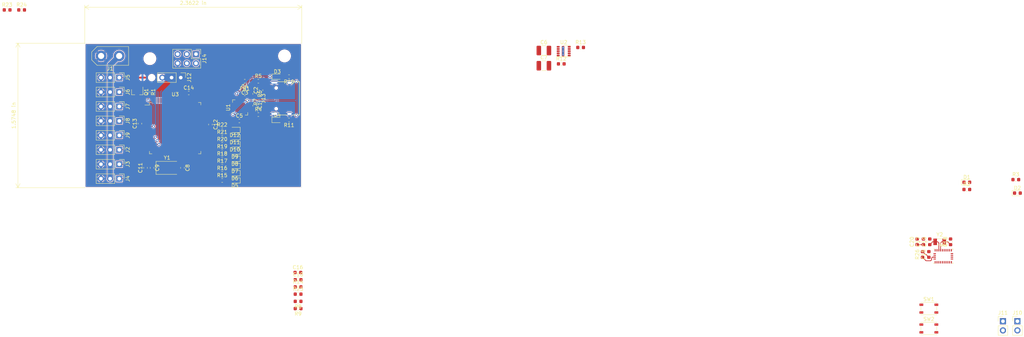
<source format=kicad_pcb>
(kicad_pcb (version 20171130) (host pcbnew 5.1.0-060a0da~80~ubuntu18.04.1)
  (layers (0 F.Cu signal) (31 B.Cu signal) (34 B.Paste user) (35 F.Paste user) (36 B.SilkS user) (37 F.SilkS user) (38 B.Mask user) (39 F.Mask user) (44 Edge.Cuts user))
  (net 0 "")
  (net 1 GND)
  (net 2 +3V3)
  (net 3 "Net-(C5-Pad1)")
  (net 4 "Net-(C8-Pad1)")
  (net 5 VBUS)
  (net 6 "Net-(D1-Pad2)")
  (net 7 "Net-(D2-Pad2)")
  (net 8 "Net-(D3-Pad2)")
  (net 9 "Net-(D4-Pad2)")
  (net 10 "Net-(D5-Pad2)")
  (net 11 "Net-(D6-Pad2)")
  (net 12 "Net-(D7-Pad2)")
  (net 13 "Net-(D8-Pad2)")
  (net 14 "Net-(D9-Pad2)")
  (net 15 "Net-(D10-Pad2)")
  (net 16 +5V)
  (net 17 /ATMega/~RESET~)
  (net 18 /ATMega/MOSI)
  (net 19 /ATMega/SCK)
  (net 20 /ATMega/MISO)
  (net 21 /FT230/RX)
  (net 22 "Net-(A1-Pad7)")
  (net 23 "Net-(R19-Pad1)")
  (net 24 /BNO/RX)
  (net 25 /ATMega/RX1)
  (net 26 /ATMega/RX0)
  (net 27 /PWM3)
  (net 28 /PWM2)
  (net 29 /PWM1)
  (net 30 /PWM8)
  (net 31 /PWM7)
  (net 32 /PWM6)
  (net 33 /PWM5)
  (net 34 /PWM4)
  (net 35 "Net-(D11-Pad2)")
  (net 36 "Net-(D12-Pad2)")
  (net 37 /SBUS)
  (net 38 /~SBUS)
  (net 39 "Net-(D3-Pad1)")
  (net 40 "Net-(D4-Pad1)")
  (net 41 "Net-(R20-Pad1)")
  (net 42 "Net-(R21-Pad1)")
  (net 43 "Net-(R22-Pad1)")
  (net 44 "Net-(R7-Pad1)")
  (net 45 "Net-(R26-Pad1)")
  (net 46 /FT230/5VOUT)
  (net 47 /BNO/INT)
  (net 48 GNDS)
  (net 49 "Net-(C1-Pad1)")
  (net 50 "Net-(C2-Pad1)")
  (net 51 "Net-(C9-Pad1)")
  (net 52 "Net-(C16-Pad2)")
  (net 53 "Net-(C18-Pad1)")
  (net 54 "Net-(C19-Pad1)")
  (net 55 "Net-(J13-PadA5)")
  (net 56 "Net-(J13-PadB5)")
  (net 57 "Net-(R6-Pad1)")
  (net 58 "Net-(R15-Pad1)")
  (net 59 "Net-(R16-Pad1)")
  (net 60 "Net-(R17-Pad1)")
  (net 61 "Net-(R18-Pad1)")
  (net 62 "Net-(R25-Pad2)")
  (net 63 "Net-(R12-Pad2)")
  (net 64 "Net-(U2-Pad5)")
  (net 65 "Net-(U2-Pad8)")
  (net 66 "Net-(U2-Pad9)")
  (net 67 "Net-(U2-Pad10)")
  (module Package_LGA:Texas_SIL0010A_MicroSiP-10-1EP_3.8x3mm_P0.6mm_EP0.7x2.9mm_ThermalVias (layer F.Cu) (at 132.48 2.17)
    (fp_text reference U2 (at 0 -2.45) (layer F.SilkS))
    (fp_text value LMZM23600)
    (pad 11 smd roundrect (at -0.175 0) (size 0.7 2.9) (layers F.Cu F.Mask) (net 1 GND))
    (pad 11 thru_hole circle (at -0.175 -1.03) (size 0.5 0.5) (drill 0.2) (layers *.Cu) (net 1 GND))
    (pad 11 thru_hole circle (at -0.175 0) (size 0.5 0.5) (drill 0.2) (layers *.Cu) (net 1 GND))
    (pad 11 thru_hole circle (at -0.175 1.03) (size 0.5 0.5) (drill 0.2) (layers *.Cu) (net 1 GND))
    (pad 11 smd roundrect (at -0.175 0) (size 0.5 2.56) (layers B.Cu) (net 1 GND))
    (pad 1 smd roundrect (at -1.525 -1.2) (size 0.8 0.45) (layers F.Cu F.Paste F.Mask) (net 1 GND))
    (pad 2 smd roundrect (at -1.525 -0.6) (size 0.8 0.45) (layers F.Cu F.Paste F.Mask) (net 1 GND))
    (pad 3 smd roundrect (at -1.525 0) (size 0.8 0.45) (layers F.Cu F.Paste F.Mask) (net 16 +5V))
    (pad 4 smd roundrect (at -1.525 0.6) (size 0.8 0.45) (layers F.Cu F.Paste F.Mask) (net 16 +5V))
    (pad 5 smd roundrect (at -1.525 1.2) (size 0.8 0.45) (layers F.Cu F.Paste F.Mask) (net 64 "Net-(U2-Pad5)"))
    (pad 6 smd roundrect (at 1.525 1.2) (size 0.8 0.45) (layers F.Cu F.Paste F.Mask) (net 2 +3V3))
    (pad 7 smd roundrect (at 1.525 0.6) (size 0.8 0.45) (layers F.Cu F.Paste F.Mask) (net 63 "Net-(R12-Pad2)"))
    (pad 8 smd roundrect (at 1.525 0) (size 0.8 0.45) (layers F.Cu F.Paste F.Mask) (net 65 "Net-(U2-Pad8)"))
    (pad 9 smd roundrect (at 1.525 -0.6) (size 0.8 0.45) (layers F.Cu F.Paste F.Mask) (net 66 "Net-(U2-Pad9)"))
    (pad 10 smd roundrect (at 1.525 -1.2) (size 0.8 0.45) (layers F.Cu F.Paste F.Mask) (net 67 "Net-(U2-Pad10)"))
  )
  (module Resistor_SMD:R_0603_1608Metric (layer F.Cu) (at 137.16 1.15)
    (fp_text reference R13 (at 0 -1.43) (layer F.SilkS))
    (fp_text value 4.99k)
    (pad 2 smd roundrect (at 0.7875 0) (size 0.875 0.95) (layers F.Cu F.Paste F.Mask) (net 63 "Net-(R12-Pad2)"))
    (pad 1 smd roundrect (at -0.7875 0) (size 0.875 0.95) (layers F.Cu F.Paste F.Mask) (net 1 GND))
  )
  (module Resistor_SMD:R_0603_1608Metric (layer F.Cu) (at 131.81 5.7)
    (fp_text reference R12 (at 0 -1.43) (layer F.SilkS))
    (fp_text value 11.5k)
    (pad 2 smd roundrect (at 0.7875 0) (size 0.875 0.95) (layers F.Cu F.Paste F.Mask) (net 63 "Net-(R12-Pad2)"))
    (pad 1 smd roundrect (at -0.7875 0) (size 0.875 0.95) (layers F.Cu F.Paste F.Mask) (net 2 +3V3))
  )
  (module Capacitor_SMD:C_1210_3225Metric (layer F.Cu) (at 127 6.21)
    (fp_text reference C7 (at 0 -2.28) (layer F.SilkS))
    (fp_text value 33µF)
    (pad 2 smd roundrect (at 1.4 0) (size 1.25 2.65) (layers F.Cu F.Paste F.Mask) (roundrect_rratio 0.2) (net 1 GND))
    (pad 1 smd roundrect (at -1.4 0) (size 1.25 2.65) (layers F.Cu F.Paste F.Mask) (roundrect_rratio 0.2) (net 2 +3V3))
  )
  (module Capacitor_SMD:C_1210_3225Metric (layer F.Cu) (at 127 2)
    (fp_text reference C6 (at 0 -2.28) (layer F.SilkS))
    (fp_text value 10µF)
    (pad 2 smd roundrect (at 1.4 0) (size 1.25 2.65) (layers F.Cu F.Paste F.Mask) (roundrect_rratio 0.2) (net 1 GND))
    (pad 1 smd roundrect (at -1.4 0) (size 1.25 2.65) (layers F.Cu F.Paste F.Mask) (roundrect_rratio 0.2) (net 16 +5V))
  )
  (module Connector_PinHeader_2.54mm:PinHeader_1x02_P2.54mm_Vertical (layer F.Cu) (at 258 77)
    (fp_text reference J10 (at 0 -2.33) (layer F.SilkS))
    (fp_text value Conn_01x02)
    (pad 2 thru_hole oval (at 0 2.54) (size 1.7 1.7) (drill 1) (layers *.Cu *.Mask) (net 1 GND))
    (pad 1 thru_hole rect (at 0 0) (size 1.7 1.7) (drill 1) (layers *.Cu *.Mask) (net 48 GNDS))
  )
  (module Connector_PinHeader_2.54mm:PinHeader_1x02_P2.54mm_Vertical (layer F.Cu) (at 254 77)
    (fp_text reference J11 (at 0 -2.33) (layer F.SilkS))
    (fp_text value Conn_01x02)
    (pad 2 thru_hole oval (at 0 2.54) (size 1.7 1.7) (drill 1) (layers *.Cu *.Mask) (net 16 +5V))
    (pad 1 thru_hole rect (at 0 0) (size 1.7 1.7) (drill 1) (layers *.Cu *.Mask) (net 46 /FT230/5VOUT))
  )
  (module Resistor_SMD:R_0603_1608Metric (layer F.Cu) (at -17.484999 -9.244999)
    (fp_text reference R24 (at 0 -1.43) (layer F.SilkS))
    (fp_text value 10k)
    (pad 2 smd roundrect (at 0.7875 0) (size 0.875 0.95) (layers F.Cu F.Paste F.Mask) (net 24 /BNO/RX))
    (pad 1 smd roundrect (at -0.7875 0) (size 0.875 0.95) (layers F.Cu F.Paste F.Mask) (net 2 +3V3))
  )
  (module Resistor_SMD:R_0603_1608Metric (layer F.Cu) (at -21.494999 -9.244999)
    (fp_text reference R23 (at 0 -1.43) (layer F.SilkS))
    (fp_text value 10k)
    (pad 2 smd roundrect (at 0.7875 0) (size 0.875 0.95) (layers F.Cu F.Paste F.Mask) (net 25 /ATMega/RX1))
    (pad 1 smd roundrect (at -0.7875 0) (size 0.875 0.95) (layers F.Cu F.Paste F.Mask) (net 2 +3V3))
  )
  (module Connector_PinHeader_2.54mm:PinHeader_2x03_P2.54mm_Vertical (layer F.Cu) (at 30.75 3 270)
    (fp_text reference J14 (at 1.27 -2.33 270) (layer F.SilkS))
    (fp_text value Conn_02x03_Odd_Even)
    (pad 6 thru_hole oval (at 2.54 5.08 270) (size 1.7 1.7) (drill 1) (layers *.Cu *.Mask) (net 1 GND))
    (pad 5 thru_hole oval (at 0 5.08 270) (size 1.7 1.7) (drill 1) (layers *.Cu *.Mask) (net 17 /ATMega/~RESET~))
    (pad 4 thru_hole oval (at 2.54 2.54 270) (size 1.7 1.7) (drill 1) (layers *.Cu *.Mask) (net 18 /ATMega/MOSI))
    (pad 3 thru_hole oval (at 0 2.54 270) (size 1.7 1.7) (drill 1) (layers *.Cu *.Mask) (net 19 /ATMega/SCK))
    (pad 2 thru_hole oval (at 2.54 0 270) (size 1.7 1.7) (drill 1) (layers *.Cu *.Mask) (net 2 +3V3))
    (pad 1 thru_hole rect (at 0 0 270) (size 1.7 1.7) (drill 1) (layers *.Cu *.Mask) (net 20 /ATMega/MISO))
  )
  (module Capacitor_SMD:C_0603_1608Metric (layer F.Cu) (at 233.5 58.5 90)
    (fp_text reference C15 (at 0 -1.43 90) (layer F.SilkS))
    (fp_text value 100nF)
    (pad 2 smd roundrect (at 0.7875 0 90) (size 0.875 0.95) (layers F.Cu F.Paste F.Mask) (net 1 GND))
    (pad 1 smd roundrect (at -0.7875 0 90) (size 0.875 0.95) (layers F.Cu F.Paste F.Mask) (net 2 +3V3))
  )
  (module Capacitor_SMD:C_0603_1608Metric (layer F.Cu) (at 232 55 90)
    (fp_text reference C17 (at 0 -1.43 90) (layer F.SilkS))
    (fp_text value 120nF)
    (pad 2 smd roundrect (at 0.7875 0 90) (size 0.875 0.95) (layers F.Cu F.Paste F.Mask) (net 1 GND))
    (pad 1 smd roundrect (at -0.7875 0 90) (size 0.875 0.95) (layers F.Cu F.Paste F.Mask) (net 2 +3V3))
  )
  (module Capacitor_SMD:C_0603_1608Metric (layer F.Cu) (at 44.25 14)
    (fp_text reference FB1 (at 0 -1.43) (layer F.SilkS))
    (fp_text value "600 Ohms @ 100MHz")
    (pad 2 smd roundrect (at 0.7875 0) (size 0.875 0.95) (layers F.Cu F.Paste F.Mask) (net 5 VBUS))
    (pad 1 smd roundrect (at -0.7875 0) (size 0.875 0.95) (layers F.Cu F.Paste F.Mask) (net 46 /FT230/5VOUT))
  )
  (module Resistor_SMD:R_0603_1608Metric (layer F.Cu) (at 17.5 13.5 270)
    (fp_text reference R1 (at 0 -1.43 270) (layer F.SilkS))
    (fp_text value 4.7k)
    (pad 2 smd roundrect (at 0.7875 0 270) (size 0.875 0.95) (layers F.Cu F.Paste F.Mask) (net 38 /~SBUS))
    (pad 1 smd roundrect (at -0.7875 0 270) (size 0.875 0.95) (layers F.Cu F.Paste F.Mask) (net 2 +3V3))
  )
  (module Package_TO_SOT_SMD:SOT-23 (layer F.Cu) (at 14.5 13.5 270)
    (fp_text reference Q1 (at 0 -2.5 270) (layer F.SilkS))
    (fp_text value BSS138)
    (pad 3 smd rect (at 1 0 270) (size 0.9 0.8) (layers F.Cu F.Paste F.Mask) (net 38 /~SBUS))
    (pad 2 smd rect (at -1 0.95 270) (size 0.9 0.8) (layers F.Cu F.Paste F.Mask) (net 1 GND))
    (pad 1 smd rect (at -1 -0.95 270) (size 0.9 0.8) (layers F.Cu F.Paste F.Mask) (net 37 /SBUS))
  )
  (module Connector_PinHeader_2.54mm:PinHeader_1x03_P2.54mm_Vertical (layer F.Cu) (at 26.54 9.5 270)
    (fp_text reference J12 (at 0 -2.33 270) (layer F.SilkS))
    (fp_text value Conn_01x03_Male)
    (pad 3 thru_hole oval (at 0 5.08 270) (size 1.7 1.7) (drill 1) (layers *.Cu *.Mask) (net 1 GND))
    (pad 2 thru_hole oval (at 0 2.54 270) (size 1.7 1.7) (drill 1) (layers *.Cu *.Mask) (net 16 +5V))
    (pad 1 thru_hole rect (at 0 0 270) (size 1.7 1.7) (drill 1) (layers *.Cu *.Mask) (net 37 /SBUS))
  )
  (module XT30:XT30PB-M (layer F.Cu) (at 7 3.5 180)
    (fp_text reference J1 (at 0 -3.5 180) (layer F.SilkS))
    (fp_text value Conn_01x02)
    (pad 1 thru_hole circle (at 2.5 0 180) (size 3 3) (drill 1.7) (layers *.Cu *.Mask) (net 1 GND))
    (pad 2 thru_hole circle (at -2.5 0 180) (size 3 3) (drill 1.7) (layers *.Cu *.Mask) (net 16 +5V))
  )
  (module Resistor_SMD:R_0603_1608Metric (layer F.Cu) (at 257.555001 37.765001)
    (fp_text reference R3 (at 0 -1.43) (layer F.SilkS))
    (fp_text value 270)
    (pad 2 smd roundrect (at 0.7875 0) (size 0.875 0.95) (layers F.Cu F.Paste F.Mask) (net 7 "Net-(D2-Pad2)"))
    (pad 1 smd roundrect (at -0.7875 0) (size 0.875 0.95) (layers F.Cu F.Paste F.Mask) (net 2 +3V3))
  )
  (module Resistor_SMD:R_0603_1608Metric (layer F.Cu) (at 244 40.5)
    (fp_text reference R2 (at 0 -1.43) (layer F.SilkS))
    (fp_text value 470)
    (pad 2 smd roundrect (at 0.7875 0) (size 0.875 0.95) (layers F.Cu F.Paste F.Mask) (net 6 "Net-(D1-Pad2)"))
    (pad 1 smd roundrect (at -0.7875 0) (size 0.875 0.95) (layers F.Cu F.Paste F.Mask) (net 16 +5V))
  )
  (module LED_SMD:LED_0603_1608Metric (layer F.Cu) (at 258 41.5)
    (fp_text reference D2 (at 0 -1.43) (layer F.SilkS))
    (fp_text value LED)
    (pad 2 smd roundrect (at 0.7875 0) (size 0.875 0.95) (layers F.Cu F.Paste F.Mask) (net 7 "Net-(D2-Pad2)"))
    (pad 1 smd roundrect (at -0.7875 0) (size 0.875 0.95) (layers F.Cu F.Paste F.Mask) (net 1 GND))
  )
  (module LED_SMD:LED_0603_1608Metric (layer F.Cu) (at 244 38.5)
    (fp_text reference D1 (at 0 -1.43) (layer F.SilkS))
    (fp_text value LED)
    (pad 2 smd roundrect (at 0.7875 0) (size 0.875 0.95) (layers F.Cu F.Paste F.Mask) (net 6 "Net-(D1-Pad2)"))
    (pad 1 smd roundrect (at -0.7875 0) (size 0.875 0.95) (layers F.Cu F.Paste F.Mask) (net 1 GND))
  )
  (module Resistor_SMD:R_0603_1608Metric (layer F.Cu) (at 59 69.5)
    (fp_text reference R25 (at 0 -1.43) (layer F.SilkS))
    (fp_text value 10k)
    (pad 2 smd roundrect (at 0.7875 0) (size 0.875 0.95) (layers F.Cu F.Paste F.Mask) (net 62 "Net-(R25-Pad2)"))
    (pad 1 smd roundrect (at -0.7875 0) (size 0.875 0.95) (layers F.Cu F.Paste F.Mask) (net 2 +3V3))
  )
  (module Button_Switch_SMD:SW_SPST_PTS810 (layer F.Cu) (at 233.5 73.5)
    (fp_text reference SW1 (at 0 -2.6) (layer F.SilkS))
    (fp_text value SW_Push)
    (pad 2 smd rect (at 2.075 1.075) (size 1.05 0.65) (layers F.Cu F.Paste F.Mask) (net 17 /ATMega/~RESET~))
    (pad 2 smd rect (at -2.075 1.075) (size 1.05 0.65) (layers F.Cu F.Paste F.Mask) (net 17 /ATMega/~RESET~))
    (pad 1 smd rect (at 2.075 -1.075) (size 1.05 0.65) (layers F.Cu F.Paste F.Mask) (net 1 GND))
    (pad 1 smd rect (at -2.075 -1.075) (size 1.05 0.65) (layers F.Cu F.Paste F.Mask) (net 1 GND))
  )
  (module Button_Switch_SMD:SW_SPST_PTS810 (layer F.Cu) (at 233.5 79)
    (fp_text reference SW2 (at 0 -2.6) (layer F.SilkS))
    (fp_text value SW_Push)
    (pad 2 smd rect (at 2.075 1.075) (size 1.05 0.65) (layers F.Cu F.Paste F.Mask) (net 62 "Net-(R25-Pad2)"))
    (pad 2 smd rect (at -2.075 1.075) (size 1.05 0.65) (layers F.Cu F.Paste F.Mask) (net 62 "Net-(R25-Pad2)"))
    (pad 1 smd rect (at 2.075 -1.075) (size 1.05 0.65) (layers F.Cu F.Paste F.Mask) (net 1 GND))
    (pad 1 smd rect (at -2.075 -1.075) (size 1.05 0.65) (layers F.Cu F.Paste F.Mask) (net 1 GND))
  )
  (module Connector_PinHeader_2.54mm:PinHeader_1x03_P2.54mm_Vertical (layer F.Cu) (at 9.54 25.5 270)
    (fp_text reference J9 (at 0 -2.33 270) (layer F.SilkS))
    (fp_text value Conn_01x03_Male)
    (pad 3 thru_hole oval (at 0 5.08 270) (size 1.7 1.7) (drill 1) (layers *.Cu *.Mask) (net 1 GND))
    (pad 2 thru_hole oval (at 0 2.54 270) (size 1.7 1.7) (drill 1) (layers *.Cu *.Mask) (net 16 +5V))
    (pad 1 thru_hole rect (at 0 0 270) (size 1.7 1.7) (drill 1) (layers *.Cu *.Mask) (net 30 /PWM8))
  )
  (module Connector_PinHeader_2.54mm:PinHeader_1x03_P2.54mm_Vertical (layer F.Cu) (at 9.54 21.5 270)
    (fp_text reference J8 (at 0 -2.33 270) (layer F.SilkS))
    (fp_text value Conn_01x03_Male)
    (pad 3 thru_hole oval (at 0 5.08 270) (size 1.7 1.7) (drill 1) (layers *.Cu *.Mask) (net 1 GND))
    (pad 2 thru_hole oval (at 0 2.54 270) (size 1.7 1.7) (drill 1) (layers *.Cu *.Mask) (net 16 +5V))
    (pad 1 thru_hole rect (at 0 0 270) (size 1.7 1.7) (drill 1) (layers *.Cu *.Mask) (net 31 /PWM7))
  )
  (module Connector_PinHeader_2.54mm:PinHeader_1x03_P2.54mm_Vertical (layer F.Cu) (at 9.54 17.5 270)
    (fp_text reference J7 (at 0 -2.33 270) (layer F.SilkS))
    (fp_text value Conn_01x03_Male)
    (pad 3 thru_hole oval (at 0 5.08 270) (size 1.7 1.7) (drill 1) (layers *.Cu *.Mask) (net 1 GND))
    (pad 2 thru_hole oval (at 0 2.54 270) (size 1.7 1.7) (drill 1) (layers *.Cu *.Mask) (net 16 +5V))
    (pad 1 thru_hole rect (at 0 0 270) (size 1.7 1.7) (drill 1) (layers *.Cu *.Mask) (net 32 /PWM6))
  )
  (module Connector_PinHeader_2.54mm:PinHeader_1x03_P2.54mm_Vertical (layer F.Cu) (at 9.54 13.5 270)
    (fp_text reference J6 (at 0 -2.33 270) (layer F.SilkS))
    (fp_text value Conn_01x03_Male)
    (pad 3 thru_hole oval (at 0 5.08 270) (size 1.7 1.7) (drill 1) (layers *.Cu *.Mask) (net 1 GND))
    (pad 2 thru_hole oval (at 0 2.54 270) (size 1.7 1.7) (drill 1) (layers *.Cu *.Mask) (net 16 +5V))
    (pad 1 thru_hole rect (at 0 0 270) (size 1.7 1.7) (drill 1) (layers *.Cu *.Mask) (net 33 /PWM5))
  )
  (module Connector_PinHeader_2.54mm:PinHeader_1x03_P2.54mm_Vertical (layer F.Cu) (at 9.54 9.5 270)
    (fp_text reference J5 (at 0 -2.33 270) (layer F.SilkS))
    (fp_text value Conn_01x03_Male)
    (pad 3 thru_hole oval (at 0 5.08 270) (size 1.7 1.7) (drill 1) (layers *.Cu *.Mask) (net 1 GND))
    (pad 2 thru_hole oval (at 0 2.54 270) (size 1.7 1.7) (drill 1) (layers *.Cu *.Mask) (net 16 +5V))
    (pad 1 thru_hole rect (at 0 0 270) (size 1.7 1.7) (drill 1) (layers *.Cu *.Mask) (net 34 /PWM4))
  )
  (module Connector_PinHeader_2.54mm:PinHeader_1x03_P2.54mm_Vertical (layer F.Cu) (at 9.54 37.5 270)
    (fp_text reference J4 (at 0 -2.33 270) (layer F.SilkS))
    (fp_text value Conn_01x03_Male)
    (pad 3 thru_hole oval (at 0 5.08 270) (size 1.7 1.7) (drill 1) (layers *.Cu *.Mask) (net 1 GND))
    (pad 2 thru_hole oval (at 0 2.54 270) (size 1.7 1.7) (drill 1) (layers *.Cu *.Mask) (net 16 +5V))
    (pad 1 thru_hole rect (at 0 0 270) (size 1.7 1.7) (drill 1) (layers *.Cu *.Mask) (net 27 /PWM3))
  )
  (module Connector_PinHeader_2.54mm:PinHeader_1x03_P2.54mm_Vertical (layer F.Cu) (at 9.54 33.5 270)
    (fp_text reference J3 (at 0 -2.33 270) (layer F.SilkS))
    (fp_text value Conn_01x03_Male)
    (pad 3 thru_hole oval (at 0 5.08 270) (size 1.7 1.7) (drill 1) (layers *.Cu *.Mask) (net 1 GND))
    (pad 2 thru_hole oval (at 0 2.54 270) (size 1.7 1.7) (drill 1) (layers *.Cu *.Mask) (net 16 +5V))
    (pad 1 thru_hole rect (at 0 0 270) (size 1.7 1.7) (drill 1) (layers *.Cu *.Mask) (net 28 /PWM2))
  )
  (module Connector_PinHeader_2.54mm:PinHeader_1x03_P2.54mm_Vertical (layer F.Cu) (at 9.54 29.5 270)
    (fp_text reference J2 (at 0 -2.33 270) (layer F.SilkS))
    (fp_text value Conn_01x03_Male)
    (pad 3 thru_hole oval (at 0 5.08 270) (size 1.7 1.7) (drill 1) (layers *.Cu *.Mask) (net 1 GND))
    (pad 2 thru_hole oval (at 0 2.54 270) (size 1.7 1.7) (drill 1) (layers *.Cu *.Mask) (net 16 +5V))
    (pad 1 thru_hole rect (at 0 0 270) (size 1.7 1.7) (drill 1) (layers *.Cu *.Mask) (net 29 /PWM1))
  )
  (module Capacitor_SMD:C_0603_1608Metric (layer F.Cu) (at 58.945001 63.5)
    (fp_text reference C16 (at 0 -1.43) (layer F.SilkS))
    (fp_text value 100nF)
    (pad 2 smd roundrect (at 0.7875 0) (size 0.875 0.95) (layers F.Cu F.Paste F.Mask) (net 52 "Net-(C16-Pad2)"))
    (pad 1 smd roundrect (at -0.7875 0) (size 0.875 0.95) (layers F.Cu F.Paste F.Mask) (net 1 GND))
  )
  (module GT-USB-7010:USB_C_Receptacle_GT-USB-7010 (layer F.Cu) (at 54.75 15.25 90)
    (fp_text reference J13 (at 0 -5.35 90) (layer F.SilkS))
    (fp_text value USB_C_Receptacle_USB2.0)
    (pad A12 smd rect (at 3.35 -3.15 90) (size 0.3 1.75) (layers F.Cu F.Paste F.Mask) (net 48 GNDS))
    (pad B1 smd rect (at 3.05 -3.15 90) (size 0.3 1.75) (layers F.Cu F.Paste F.Mask) (net 48 GNDS))
    (pad B4 smd rect (at 2.25 -3.15 90) (size 0.3 1.75) (layers F.Cu F.Paste F.Mask) (net 5 VBUS))
    (pad A9 smd rect (at 2.55 -3.15 90) (size 0.3 1.75) (layers F.Cu F.Paste F.Mask) (net 5 VBUS))
    (pad B9 smd rect (at -2.25 -3.15 90) (size 0.3 1.75) (layers F.Cu F.Paste F.Mask) (net 5 VBUS))
    (pad A4 smd rect (at -2.55 -3.15 90) (size 0.3 1.75) (layers F.Cu F.Paste F.Mask) (net 5 VBUS))
    (pad B12 smd rect (at -3.05 -3.15 90) (size 0.3 1.75) (layers F.Cu F.Paste F.Mask) (net 48 GNDS))
    (pad A1 smd rect (at -3.35 -3.15 90) (size 0.3 1.75) (layers F.Cu F.Paste F.Mask) (net 48 GNDS))
    (pad A6 smd rect (at -0.25 -3.15 90) (size 0.3 1.75) (layers F.Cu F.Paste F.Mask) (net 50 "Net-(C2-Pad1)"))
    (pad A5 smd rect (at -1.25 -3.15 90) (size 0.3 1.75) (layers F.Cu F.Paste F.Mask) (net 55 "Net-(J13-PadA5)"))
    (pad B8 smd rect (at -1.75 -3.15 90) (size 0.3 1.75) (layers F.Cu F.Paste F.Mask))
    (pad B7 smd rect (at -0.75 -3.15 90) (size 0.3 1.75) (layers F.Cu F.Paste F.Mask) (net 49 "Net-(C1-Pad1)"))
    (pad B5 smd rect (at 1.75 -3.15 90) (size 0.3 1.75) (layers F.Cu F.Paste F.Mask) (net 56 "Net-(J13-PadB5)"))
    (pad A8 smd rect (at 1.25 -3.15 90) (size 0.3 1.75) (layers F.Cu F.Paste F.Mask))
    (pad B6 smd rect (at 0.75 -3.15 90) (size 0.3 1.75) (layers F.Cu F.Paste F.Mask) (net 50 "Net-(C2-Pad1)"))
    (pad A7 smd rect (at 0.25 -3.15 90) (size 0.3 1.75) (layers F.Cu F.Paste F.Mask) (net 49 "Net-(C1-Pad1)"))
    (pad "" np_thru_hole circle (at 2.89 -1.81 90) (size 0.65 0.65) (drill 0.65) (layers *.Cu *.Mask))
    (pad "" np_thru_hole circle (at -2.89 -1.81 90) (size 0.65 0.65) (drill 0.65) (layers *.Cu *.Mask))
    (pad S1 thru_hole oval (at 4.32 -2.31 90) (size 0.9 2.1) (drill oval 0.5 1.7) (layers *.Cu *.Mask) (net 48 GNDS))
    (pad S1 thru_hole oval (at -4.32 -2.31 90) (size 0.9 2.1) (drill oval 0.5 1.7) (layers *.Cu *.Mask) (net 48 GNDS))
    (pad S1 thru_hole oval (at 4.32 1.87 90) (size 1 1.6) (drill oval 0.6 1.2) (layers *.Cu *.Mask) (net 48 GNDS))
    (pad S1 thru_hole oval (at -4.32 1.87 90) (size 1 1.6) (drill oval 0.6 1.2) (layers *.Cu *.Mask) (net 48 GNDS))
  )
  (module Crystal:Crystal_SMD_5032-2Pin_5.0x3.2mm (layer F.Cu) (at 22.75 34.5)
    (fp_text reference Y1 (at 0 -2.8) (layer F.SilkS))
    (fp_text value 16MHz)
    (pad 2 smd rect (at 1.85 0) (size 2 2.4) (layers F.Cu F.Paste F.Mask) (net 4 "Net-(C8-Pad1)"))
    (pad 1 smd rect (at -1.85 0) (size 2 2.4) (layers F.Cu F.Paste F.Mask) (net 51 "Net-(C9-Pad1)"))
  )
  (module Crystal:Crystal_SMD_3215-2Pin_3.2x1.5mm (layer F.Cu) (at 236.5 55)
    (fp_text reference Y2 (at 0 -2) (layer F.SilkS))
    (fp_text value 32.768kHz)
    (pad 2 smd rect (at -1.25 0) (size 1 1.8) (layers F.Cu F.Paste F.Mask) (net 54 "Net-(C19-Pad1)"))
    (pad 1 smd rect (at 1.25 0) (size 1 1.8) (layers F.Cu F.Paste F.Mask) (net 53 "Net-(C18-Pad1)"))
  )
  (module Package_QFP:TQFP-100_14x14mm_P0.5mm (layer F.Cu) (at 25 23.5)
    (fp_text reference U3 (at 0 -9.35) (layer F.SilkS))
    (fp_text value ATmega2560-16AU)
    (pad 100 smd roundrect (at -6 -7.6625) (size 0.3 1.475) (layers F.Cu F.Paste F.Mask) (net 2 +3V3))
    (pad 99 smd roundrect (at -5.5 -7.6625) (size 0.3 1.475) (layers F.Cu F.Paste F.Mask) (net 1 GND))
    (pad 98 smd roundrect (at -5 -7.6625) (size 0.3 1.475) (layers F.Cu F.Paste F.Mask) (net 2 +3V3))
    (pad 97 smd roundrect (at -4.5 -7.6625) (size 0.3 1.475) (layers F.Cu F.Paste F.Mask))
    (pad 96 smd roundrect (at -4 -7.6625) (size 0.3 1.475) (layers F.Cu F.Paste F.Mask))
    (pad 95 smd roundrect (at -3.5 -7.6625) (size 0.3 1.475) (layers F.Cu F.Paste F.Mask))
    (pad 94 smd roundrect (at -3 -7.6625) (size 0.3 1.475) (layers F.Cu F.Paste F.Mask))
    (pad 93 smd roundrect (at -2.5 -7.6625) (size 0.3 1.475) (layers F.Cu F.Paste F.Mask))
    (pad 92 smd roundrect (at -2 -7.6625) (size 0.3 1.475) (layers F.Cu F.Paste F.Mask))
    (pad 91 smd roundrect (at -1.5 -7.6625) (size 0.3 1.475) (layers F.Cu F.Paste F.Mask))
    (pad 90 smd roundrect (at -1 -7.6625) (size 0.3 1.475) (layers F.Cu F.Paste F.Mask))
    (pad 89 smd roundrect (at -0.5 -7.6625) (size 0.3 1.475) (layers F.Cu F.Paste F.Mask))
    (pad 88 smd roundrect (at 0 -7.6625) (size 0.3 1.475) (layers F.Cu F.Paste F.Mask))
    (pad 87 smd roundrect (at 0.5 -7.6625) (size 0.3 1.475) (layers F.Cu F.Paste F.Mask))
    (pad 86 smd roundrect (at 1 -7.6625) (size 0.3 1.475) (layers F.Cu F.Paste F.Mask))
    (pad 85 smd roundrect (at 1.5 -7.6625) (size 0.3 1.475) (layers F.Cu F.Paste F.Mask))
    (pad 84 smd roundrect (at 2 -7.6625) (size 0.3 1.475) (layers F.Cu F.Paste F.Mask))
    (pad 83 smd roundrect (at 2.5 -7.6625) (size 0.3 1.475) (layers F.Cu F.Paste F.Mask))
    (pad 82 smd roundrect (at 3 -7.6625) (size 0.3 1.475) (layers F.Cu F.Paste F.Mask))
    (pad 81 smd roundrect (at 3.5 -7.6625) (size 0.3 1.475) (layers F.Cu F.Paste F.Mask) (net 1 GND))
    (pad 80 smd roundrect (at 4 -7.6625) (size 0.3 1.475) (layers F.Cu F.Paste F.Mask) (net 2 +3V3))
    (pad 79 smd roundrect (at 4.5 -7.6625) (size 0.3 1.475) (layers F.Cu F.Paste F.Mask))
    (pad 78 smd roundrect (at 5 -7.6625) (size 0.3 1.475) (layers F.Cu F.Paste F.Mask))
    (pad 77 smd roundrect (at 5.5 -7.6625) (size 0.3 1.475) (layers F.Cu F.Paste F.Mask))
    (pad 76 smd roundrect (at 6 -7.6625) (size 0.3 1.475) (layers F.Cu F.Paste F.Mask))
    (pad 75 smd roundrect (at 7.6625 -6) (size 1.475 0.3) (layers F.Cu F.Paste F.Mask))
    (pad 74 smd roundrect (at 7.6625 -5.5) (size 1.475 0.3) (layers F.Cu F.Paste F.Mask))
    (pad 73 smd roundrect (at 7.6625 -5) (size 1.475 0.3) (layers F.Cu F.Paste F.Mask))
    (pad 72 smd roundrect (at 7.6625 -4.5) (size 1.475 0.3) (layers F.Cu F.Paste F.Mask))
    (pad 71 smd roundrect (at 7.6625 -4) (size 1.475 0.3) (layers F.Cu F.Paste F.Mask))
    (pad 70 smd roundrect (at 7.6625 -3.5) (size 1.475 0.3) (layers F.Cu F.Paste F.Mask))
    (pad 69 smd roundrect (at 7.6625 -3) (size 1.475 0.3) (layers F.Cu F.Paste F.Mask))
    (pad 68 smd roundrect (at 7.6625 -2.5) (size 1.475 0.3) (layers F.Cu F.Paste F.Mask) (net 47 /BNO/INT))
    (pad 67 smd roundrect (at 7.6625 -2) (size 1.475 0.3) (layers F.Cu F.Paste F.Mask))
    (pad 66 smd roundrect (at 7.6625 -1.5) (size 1.475 0.3) (layers F.Cu F.Paste F.Mask))
    (pad 65 smd roundrect (at 7.6625 -1) (size 1.475 0.3) (layers F.Cu F.Paste F.Mask))
    (pad 64 smd roundrect (at 7.6625 -0.5) (size 1.475 0.3) (layers F.Cu F.Paste F.Mask))
    (pad 63 smd roundrect (at 7.6625 0) (size 1.475 0.3) (layers F.Cu F.Paste F.Mask))
    (pad 62 smd roundrect (at 7.6625 0.5) (size 1.475 0.3) (layers F.Cu F.Paste F.Mask) (net 1 GND))
    (pad 61 smd roundrect (at 7.6625 1) (size 1.475 0.3) (layers F.Cu F.Paste F.Mask) (net 2 +3V3))
    (pad 60 smd roundrect (at 7.6625 1.5) (size 1.475 0.3) (layers F.Cu F.Paste F.Mask) (net 43 "Net-(R22-Pad1)"))
    (pad 59 smd roundrect (at 7.6625 2) (size 1.475 0.3) (layers F.Cu F.Paste F.Mask) (net 42 "Net-(R21-Pad1)"))
    (pad 58 smd roundrect (at 7.6625 2.5) (size 1.475 0.3) (layers F.Cu F.Paste F.Mask) (net 41 "Net-(R20-Pad1)"))
    (pad 57 smd roundrect (at 7.6625 3) (size 1.475 0.3) (layers F.Cu F.Paste F.Mask) (net 23 "Net-(R19-Pad1)"))
    (pad 56 smd roundrect (at 7.6625 3.5) (size 1.475 0.3) (layers F.Cu F.Paste F.Mask) (net 61 "Net-(R18-Pad1)"))
    (pad 55 smd roundrect (at 7.6625 4) (size 1.475 0.3) (layers F.Cu F.Paste F.Mask) (net 60 "Net-(R17-Pad1)"))
    (pad 54 smd roundrect (at 7.6625 4.5) (size 1.475 0.3) (layers F.Cu F.Paste F.Mask) (net 59 "Net-(R16-Pad1)"))
    (pad 53 smd roundrect (at 7.6625 5) (size 1.475 0.3) (layers F.Cu F.Paste F.Mask) (net 58 "Net-(R15-Pad1)"))
    (pad 52 smd roundrect (at 7.6625 5.5) (size 1.475 0.3) (layers F.Cu F.Paste F.Mask))
    (pad 51 smd roundrect (at 7.6625 6) (size 1.475 0.3) (layers F.Cu F.Paste F.Mask))
    (pad 50 smd roundrect (at 6 7.6625) (size 0.3 1.475) (layers F.Cu F.Paste F.Mask))
    (pad 49 smd roundrect (at 5.5 7.6625) (size 0.3 1.475) (layers F.Cu F.Paste F.Mask))
    (pad 48 smd roundrect (at 5 7.6625) (size 0.3 1.475) (layers F.Cu F.Paste F.Mask))
    (pad 47 smd roundrect (at 4.5 7.6625) (size 0.3 1.475) (layers F.Cu F.Paste F.Mask))
    (pad 46 smd roundrect (at 4 7.6625) (size 0.3 1.475) (layers F.Cu F.Paste F.Mask) (net 24 /BNO/RX))
    (pad 45 smd roundrect (at 3.5 7.6625) (size 0.3 1.475) (layers F.Cu F.Paste F.Mask) (net 25 /ATMega/RX1))
    (pad 44 smd roundrect (at 3 7.6625) (size 0.3 1.475) (layers F.Cu F.Paste F.Mask))
    (pad 43 smd roundrect (at 2.5 7.6625) (size 0.3 1.475) (layers F.Cu F.Paste F.Mask))
    (pad 42 smd roundrect (at 2 7.6625) (size 0.3 1.475) (layers F.Cu F.Paste F.Mask))
    (pad 41 smd roundrect (at 1.5 7.6625) (size 0.3 1.475) (layers F.Cu F.Paste F.Mask))
    (pad 40 smd roundrect (at 1 7.6625) (size 0.3 1.475) (layers F.Cu F.Paste F.Mask))
    (pad 39 smd roundrect (at 0.5 7.6625) (size 0.3 1.475) (layers F.Cu F.Paste F.Mask))
    (pad 38 smd roundrect (at 0 7.6625) (size 0.3 1.475) (layers F.Cu F.Paste F.Mask))
    (pad 37 smd roundrect (at -0.5 7.6625) (size 0.3 1.475) (layers F.Cu F.Paste F.Mask))
    (pad 36 smd roundrect (at -1 7.6625) (size 0.3 1.475) (layers F.Cu F.Paste F.Mask))
    (pad 35 smd roundrect (at -1.5 7.6625) (size 0.3 1.475) (layers F.Cu F.Paste F.Mask))
    (pad 34 smd roundrect (at -2 7.6625) (size 0.3 1.475) (layers F.Cu F.Paste F.Mask) (net 4 "Net-(C8-Pad1)"))
    (pad 33 smd roundrect (at -2.5 7.6625) (size 0.3 1.475) (layers F.Cu F.Paste F.Mask) (net 51 "Net-(C9-Pad1)"))
    (pad 32 smd roundrect (at -3 7.6625) (size 0.3 1.475) (layers F.Cu F.Paste F.Mask) (net 1 GND))
    (pad 31 smd roundrect (at -3.5 7.6625) (size 0.3 1.475) (layers F.Cu F.Paste F.Mask) (net 2 +3V3))
    (pad 30 smd roundrect (at -4 7.6625) (size 0.3 1.475) (layers F.Cu F.Paste F.Mask) (net 17 /ATMega/~RESET~))
    (pad 29 smd roundrect (at -4.5 7.6625) (size 0.3 1.475) (layers F.Cu F.Paste F.Mask))
    (pad 28 smd roundrect (at -5 7.6625) (size 0.3 1.475) (layers F.Cu F.Paste F.Mask))
    (pad 27 smd roundrect (at -5.5 7.6625) (size 0.3 1.475) (layers F.Cu F.Paste F.Mask))
    (pad 26 smd roundrect (at -6 7.6625) (size 0.3 1.475) (layers F.Cu F.Paste F.Mask) (net 27 /PWM3))
    (pad 25 smd roundrect (at -7.6625 6) (size 1.475 0.3) (layers F.Cu F.Paste F.Mask) (net 28 /PWM2))
    (pad 24 smd roundrect (at -7.6625 5.5) (size 1.475 0.3) (layers F.Cu F.Paste F.Mask) (net 29 /PWM1))
    (pad 23 smd roundrect (at -7.6625 5) (size 1.475 0.3) (layers F.Cu F.Paste F.Mask))
    (pad 22 smd roundrect (at -7.6625 4.5) (size 1.475 0.3) (layers F.Cu F.Paste F.Mask) (net 20 /ATMega/MISO))
    (pad 21 smd roundrect (at -7.6625 4) (size 1.475 0.3) (layers F.Cu F.Paste F.Mask) (net 18 /ATMega/MOSI))
    (pad 20 smd roundrect (at -7.6625 3.5) (size 1.475 0.3) (layers F.Cu F.Paste F.Mask) (net 19 /ATMega/SCK))
    (pad 19 smd roundrect (at -7.6625 3) (size 1.475 0.3) (layers F.Cu F.Paste F.Mask))
    (pad 18 smd roundrect (at -7.6625 2.5) (size 1.475 0.3) (layers F.Cu F.Paste F.Mask))
    (pad 17 smd roundrect (at -7.6625 2) (size 1.475 0.3) (layers F.Cu F.Paste F.Mask))
    (pad 16 smd roundrect (at -7.6625 1.5) (size 1.475 0.3) (layers F.Cu F.Paste F.Mask) (net 30 /PWM8))
    (pad 15 smd roundrect (at -7.6625 1) (size 1.475 0.3) (layers F.Cu F.Paste F.Mask) (net 31 /PWM7))
    (pad 14 smd roundrect (at -7.6625 0.5) (size 1.475 0.3) (layers F.Cu F.Paste F.Mask))
    (pad 13 smd roundrect (at -7.6625 0) (size 1.475 0.3) (layers F.Cu F.Paste F.Mask))
    (pad 12 smd roundrect (at -7.6625 -0.5) (size 1.475 0.3) (layers F.Cu F.Paste F.Mask) (net 38 /~SBUS))
    (pad 11 smd roundrect (at -7.6625 -1) (size 1.475 0.3) (layers F.Cu F.Paste F.Mask) (net 1 GND))
    (pad 10 smd roundrect (at -7.6625 -1.5) (size 1.475 0.3) (layers F.Cu F.Paste F.Mask) (net 2 +3V3))
    (pad 9 smd roundrect (at -7.6625 -2) (size 1.475 0.3) (layers F.Cu F.Paste F.Mask))
    (pad 8 smd roundrect (at -7.6625 -2.5) (size 1.475 0.3) (layers F.Cu F.Paste F.Mask))
    (pad 7 smd roundrect (at -7.6625 -3) (size 1.475 0.3) (layers F.Cu F.Paste F.Mask) (net 32 /PWM6))
    (pad 6 smd roundrect (at -7.6625 -3.5) (size 1.475 0.3) (layers F.Cu F.Paste F.Mask) (net 33 /PWM5))
    (pad 5 smd roundrect (at -7.6625 -4) (size 1.475 0.3) (layers F.Cu F.Paste F.Mask) (net 34 /PWM4))
    (pad 4 smd roundrect (at -7.6625 -4.5) (size 1.475 0.3) (layers F.Cu F.Paste F.Mask))
    (pad 3 smd roundrect (at -7.6625 -5) (size 1.475 0.3) (layers F.Cu F.Paste F.Mask) (net 21 /FT230/RX))
    (pad 2 smd roundrect (at -7.6625 -5.5) (size 1.475 0.3) (layers F.Cu F.Paste F.Mask) (net 26 /ATMega/RX0))
    (pad 1 smd roundrect (at -7.6625 -6) (size 1.475 0.3) (layers F.Cu F.Paste F.Mask))
  )
  (module Package_DFN_QFN:QFN-16-1EP_4x4mm_P0.65mm_EP2.1x2.1mm (layer F.Cu) (at 42.975 17.775 90)
    (fp_text reference U1 (at 0 -3.32 90) (layer F.SilkS))
    (fp_text value FT230XQ)
    (pad 16 smd roundrect (at -0.975 -1.95 90) (size 0.3 0.85) (layers F.Cu F.Paste F.Mask))
    (pad 15 smd roundrect (at -0.325 -1.95 90) (size 0.3 0.85) (layers F.Cu F.Paste F.Mask) (net 26 /ATMega/RX0))
    (pad 14 smd roundrect (at 0.325 -1.95 90) (size 0.3 0.85) (layers F.Cu F.Paste F.Mask))
    (pad 13 smd roundrect (at 0.975 -1.95 90) (size 0.3 0.85) (layers F.Cu F.Paste F.Mask) (net 48 GNDS))
    (pad 12 smd roundrect (at 1.95 -0.975 90) (size 0.85 0.3) (layers F.Cu F.Paste F.Mask))
    (pad 11 smd roundrect (at 1.95 -0.325 90) (size 0.85 0.3) (layers F.Cu F.Paste F.Mask) (net 39 "Net-(D3-Pad1)"))
    (pad 10 smd roundrect (at 1.95 0.325 90) (size 0.85 0.3) (layers F.Cu F.Paste F.Mask) (net 46 /FT230/5VOUT))
    (pad 9 smd roundrect (at 1.95 0.975 90) (size 0.85 0.3) (layers F.Cu F.Paste F.Mask) (net 3 "Net-(C5-Pad1)"))
    (pad 8 smd roundrect (at 0.975 1.95 90) (size 0.3 0.85) (layers F.Cu F.Paste F.Mask) (net 3 "Net-(C5-Pad1)"))
    (pad 7 smd roundrect (at 0.325 1.95 90) (size 0.3 0.85) (layers F.Cu F.Paste F.Mask) (net 57 "Net-(R6-Pad1)"))
    (pad 6 smd roundrect (at -0.325 1.95 90) (size 0.3 0.85) (layers F.Cu F.Paste F.Mask) (net 44 "Net-(R7-Pad1)"))
    (pad 5 smd roundrect (at -0.975 1.95 90) (size 0.3 0.85) (layers F.Cu F.Paste F.Mask) (net 40 "Net-(D4-Pad1)"))
    (pad 4 smd roundrect (at -1.95 0.975 90) (size 0.85 0.3) (layers F.Cu F.Paste F.Mask))
    (pad 3 smd roundrect (at -1.95 0.325 90) (size 0.85 0.3) (layers F.Cu F.Paste F.Mask) (net 48 GNDS))
    (pad 2 smd roundrect (at -1.95 -0.325 90) (size 0.85 0.3) (layers F.Cu F.Paste F.Mask) (net 21 /FT230/RX))
    (pad 1 smd roundrect (at -1.95 -0.975 90) (size 0.85 0.3) (layers F.Cu F.Paste F.Mask) (net 3 "Net-(C5-Pad1)"))
    (pad 17 smd roundrect (at 0 0 90) (size 2.1 2.1) (layers F.Cu F.Mask) (roundrect_rratio 0.119) (net 48 GNDS))
  )
  (module Package_LGA:LGA-28_5.2x3.8mm_P0.5mm (layer F.Cu) (at 237.5 59)
    (fp_text reference U4 (at 0 -3.25) (layer F.SilkS))
    (fp_text value BNO055)
    (pad 16 smd rect (at 2.3875 0.75 90) (size 0.254 0.675) (layers F.Cu F.Paste F.Mask) (net 1 GND))
    (pad 17 smd rect (at 2.3875 0.25 90) (size 0.254 0.675) (layers F.Cu F.Paste F.Mask) (net 1 GND))
    (pad 18 smd rect (at 2.3875 -0.25 90) (size 0.254 0.675) (layers F.Cu F.Paste F.Mask) (net 1 GND))
    (pad 15 smd rect (at 2.25 1.6625) (size 0.254 0.675) (layers F.Cu F.Paste F.Mask) (net 1 GND))
    (pad 14 smd rect (at 1.75 1.6625) (size 0.254 0.675) (layers F.Cu F.Paste F.Mask) (net 47 /BNO/INT))
    (pad 13 smd rect (at 1.25 1.6625) (size 0.254 0.675) (layers F.Cu F.Paste F.Mask))
    (pad 12 smd rect (at 0.75 1.6625) (size 0.254 0.675) (layers F.Cu F.Paste F.Mask))
    (pad 11 smd rect (at 0.25 1.6625) (size 0.254 0.675) (layers F.Cu F.Paste F.Mask) (net 62 "Net-(R25-Pad2)"))
    (pad 10 smd rect (at -0.25 1.6625) (size 0.254 0.675) (layers F.Cu F.Paste F.Mask))
    (pad 9 smd rect (at -0.75 1.6625) (size 0.254 0.675) (layers F.Cu F.Paste F.Mask) (net 52 "Net-(C16-Pad2)"))
    (pad 8 smd rect (at -1.25 1.6625) (size 0.254 0.675) (layers F.Cu F.Paste F.Mask))
    (pad 7 smd rect (at -1.75 1.6625) (size 0.254 0.675) (layers F.Cu F.Paste F.Mask))
    (pad 20 smd rect (at 2.25 -1.6625) (size 0.254 0.675) (layers F.Cu F.Paste F.Mask) (net 25 /ATMega/RX1))
    (pad 21 smd rect (at 1.75 -1.6625) (size 0.254 0.675) (layers F.Cu F.Paste F.Mask))
    (pad 22 smd rect (at 1.25 -1.6625) (size 0.254 0.675) (layers F.Cu F.Paste F.Mask))
    (pad 23 smd rect (at 0.75 -1.6625) (size 0.254 0.675) (layers F.Cu F.Paste F.Mask))
    (pad 24 smd rect (at 0.25 -1.6625) (size 0.254 0.675) (layers F.Cu F.Paste F.Mask))
    (pad 25 smd rect (at -0.25 -1.6625) (size 0.254 0.675) (layers F.Cu F.Paste F.Mask) (net 1 GND))
    (pad 26 smd rect (at -0.75 -1.6625) (size 0.254 0.675) (layers F.Cu F.Paste F.Mask) (net 53 "Net-(C18-Pad1)"))
    (pad 27 smd rect (at -1.25 -1.6625) (size 0.254 0.675) (layers F.Cu F.Paste F.Mask) (net 54 "Net-(C19-Pad1)"))
    (pad 28 smd rect (at -1.75 -1.6625) (size 0.254 0.675) (layers F.Cu F.Paste F.Mask) (net 2 +3V3))
    (pad 5 smd rect (at -2.3875 0.75 90) (size 0.254 0.675) (layers F.Cu F.Paste F.Mask) (net 2 +3V3))
    (pad 4 smd rect (at -2.3875 0.25 90) (size 0.254 0.675) (layers F.Cu F.Paste F.Mask) (net 45 "Net-(R26-Pad1)"))
    (pad 3 smd rect (at -2.3875 -0.25 90) (size 0.254 0.675) (layers F.Cu F.Paste F.Mask) (net 2 +3V3))
    (pad 1 smd rect (at -2.25 -1.6625) (size 0.254 0.675) (layers F.Cu F.Paste F.Mask))
    (pad 2 smd rect (at -2.3875 -0.75 90) (size 0.254 0.675) (layers F.Cu F.Paste F.Mask) (net 1 GND))
    (pad 6 smd rect (at -2.25 1.6625) (size 0.254 0.675) (layers F.Cu F.Paste F.Mask) (net 1 GND))
    (pad 19 smd rect (at 2.3875 -0.75 90) (size 0.254 0.675) (layers F.Cu F.Paste F.Mask) (net 24 /BNO/RX))
  )
  (module Resistor_SMD:R_0603_1608Metric (layer F.Cu) (at 59 67.5)
    (fp_text reference R14 (at 0 -1.43) (layer F.SilkS))
    (fp_text value 10k)
    (pad 2 smd roundrect (at 0.7875 0) (size 0.875 0.95) (layers F.Cu F.Paste F.Mask) (net 17 /ATMega/~RESET~))
    (pad 1 smd roundrect (at -0.7875 0) (size 0.875 0.95) (layers F.Cu F.Paste F.Mask) (net 2 +3V3))
  )
  (module Resistor_SMD:R_0603_1608Metric (layer F.Cu) (at 38 24)
    (fp_text reference R22 (at 0 -1.43) (layer F.SilkS))
    (fp_text value 270)
    (pad 2 smd roundrect (at 0.7875 0) (size 0.875 0.95) (layers F.Cu F.Paste F.Mask) (net 36 "Net-(D12-Pad2)"))
    (pad 1 smd roundrect (at -0.7875 0) (size 0.875 0.95) (layers F.Cu F.Paste F.Mask) (net 43 "Net-(R22-Pad1)"))
  )
  (module Resistor_SMD:R_0603_1608Metric (layer F.Cu) (at 38 26)
    (fp_text reference R21 (at 0 -1.43) (layer F.SilkS))
    (fp_text value 270)
    (pad 2 smd roundrect (at 0.7875 0) (size 0.875 0.95) (layers F.Cu F.Paste F.Mask) (net 35 "Net-(D11-Pad2)"))
    (pad 1 smd roundrect (at -0.7875 0) (size 0.875 0.95) (layers F.Cu F.Paste F.Mask) (net 42 "Net-(R21-Pad1)"))
  )
  (module Resistor_SMD:R_0603_1608Metric (layer F.Cu) (at 38 28)
    (fp_text reference R20 (at 0 -1.43) (layer F.SilkS))
    (fp_text value 270)
    (pad 2 smd roundrect (at 0.7875 0) (size 0.875 0.95) (layers F.Cu F.Paste F.Mask) (net 15 "Net-(D10-Pad2)"))
    (pad 1 smd roundrect (at -0.7875 0) (size 0.875 0.95) (layers F.Cu F.Paste F.Mask) (net 41 "Net-(R20-Pad1)"))
  )
  (module Resistor_SMD:R_0603_1608Metric (layer F.Cu) (at 38 30)
    (fp_text reference R19 (at 0 -1.43) (layer F.SilkS))
    (fp_text value 270)
    (pad 2 smd roundrect (at 0.7875 0) (size 0.875 0.95) (layers F.Cu F.Paste F.Mask) (net 14 "Net-(D9-Pad2)"))
    (pad 1 smd roundrect (at -0.7875 0) (size 0.875 0.95) (layers F.Cu F.Paste F.Mask) (net 23 "Net-(R19-Pad1)"))
  )
  (module Resistor_SMD:R_0603_1608Metric (layer F.Cu) (at 38 32)
    (fp_text reference R18 (at 0 -1.43) (layer F.SilkS))
    (fp_text value 270)
    (pad 2 smd roundrect (at 0.7875 0) (size 0.875 0.95) (layers F.Cu F.Paste F.Mask) (net 13 "Net-(D8-Pad2)"))
    (pad 1 smd roundrect (at -0.7875 0) (size 0.875 0.95) (layers F.Cu F.Paste F.Mask) (net 61 "Net-(R18-Pad1)"))
  )
  (module Resistor_SMD:R_0603_1608Metric (layer F.Cu) (at 38 34)
    (fp_text reference R17 (at 0 -1.43) (layer F.SilkS))
    (fp_text value 270)
    (pad 2 smd roundrect (at 0.7875 0) (size 0.875 0.95) (layers F.Cu F.Paste F.Mask) (net 12 "Net-(D7-Pad2)"))
    (pad 1 smd roundrect (at -0.7875 0) (size 0.875 0.95) (layers F.Cu F.Paste F.Mask) (net 60 "Net-(R17-Pad1)"))
  )
  (module Resistor_SMD:R_0603_1608Metric (layer F.Cu) (at 38 36)
    (fp_text reference R16 (at 0 -1.43) (layer F.SilkS))
    (fp_text value 270)
    (pad 2 smd roundrect (at 0.7875 0) (size 0.875 0.95) (layers F.Cu F.Paste F.Mask) (net 11 "Net-(D6-Pad2)"))
    (pad 1 smd roundrect (at -0.7875 0) (size 0.875 0.95) (layers F.Cu F.Paste F.Mask) (net 59 "Net-(R16-Pad1)"))
  )
  (module Resistor_SMD:R_0603_1608Metric (layer F.Cu) (at 38 38)
    (fp_text reference R15 (at 0 -1.43) (layer F.SilkS))
    (fp_text value 270)
    (pad 2 smd roundrect (at 0.7875 0) (size 0.875 0.95) (layers F.Cu F.Paste F.Mask) (net 10 "Net-(D5-Pad2)"))
    (pad 1 smd roundrect (at -0.7875 0) (size 0.875 0.95) (layers F.Cu F.Paste F.Mask) (net 58 "Net-(R15-Pad1)"))
  )
  (module Resistor_SMD:R_0603_1608Metric (layer F.Cu) (at 56.5 21.25 180)
    (fp_text reference R11 (at 0 -1.43 180) (layer F.SilkS))
    (fp_text value 270)
    (pad 2 smd roundrect (at 0.7875 0 180) (size 0.875 0.95) (layers F.Cu F.Paste F.Mask) (net 9 "Net-(D4-Pad2)"))
    (pad 1 smd roundrect (at -0.7875 0 180) (size 0.875 0.95) (layers F.Cu F.Paste F.Mask) (net 3 "Net-(C5-Pad1)"))
  )
  (module Resistor_SMD:R_0603_1608Metric (layer F.Cu) (at 56.5 9.25 180)
    (fp_text reference R10 (at 0 -1.43 180) (layer F.SilkS))
    (fp_text value 270)
    (pad 2 smd roundrect (at 0.7875 0 180) (size 0.875 0.95) (layers F.Cu F.Paste F.Mask) (net 8 "Net-(D3-Pad2)"))
    (pad 1 smd roundrect (at -0.7875 0 180) (size 0.875 0.95) (layers F.Cu F.Paste F.Mask) (net 3 "Net-(C5-Pad1)"))
  )
  (module Resistor_SMD:R_0603_1608Metric (layer F.Cu) (at 59 73.5 180)
    (fp_text reference R9 (at 0 -1.43 180) (layer F.SilkS))
    (fp_text value 4.7k)
    (pad 2 smd roundrect (at 0.7875 0 180) (size 0.875 0.95) (layers F.Cu F.Paste F.Mask) (net 21 /FT230/RX))
    (pad 1 smd roundrect (at -0.7875 0 180) (size 0.875 0.95) (layers F.Cu F.Paste F.Mask) (net 3 "Net-(C5-Pad1)"))
  )
  (module Resistor_SMD:R_0603_1608Metric (layer F.Cu) (at 59 71.5 180)
    (fp_text reference R8 (at 0 -1.43 180) (layer F.SilkS))
    (fp_text value 4.7k)
    (pad 2 smd roundrect (at 0.7875 0 180) (size 0.875 0.95) (layers F.Cu F.Paste F.Mask) (net 26 /ATMega/RX0))
    (pad 1 smd roundrect (at -0.7875 0 180) (size 0.875 0.95) (layers F.Cu F.Paste F.Mask) (net 3 "Net-(C5-Pad1)"))
  )
  (module Resistor_SMD:R_0603_1608Metric (layer F.Cu) (at 48.75 16.25 90)
    (fp_text reference R7 (at 0 -1.43 90) (layer F.SilkS))
    (fp_text value 27)
    (pad 2 smd roundrect (at 0.7875 0 90) (size 0.875 0.95) (layers F.Cu F.Paste F.Mask) (net 50 "Net-(C2-Pad1)"))
    (pad 1 smd roundrect (at -0.7875 0 90) (size 0.875 0.95) (layers F.Cu F.Paste F.Mask) (net 44 "Net-(R7-Pad1)"))
  )
  (module Resistor_SMD:R_0603_1608Metric (layer F.Cu) (at 47 14 270)
    (fp_text reference R6 (at 0 -1.43 270) (layer F.SilkS))
    (fp_text value 27)
    (pad 2 smd roundrect (at 0.7875 0 270) (size 0.875 0.95) (layers F.Cu F.Paste F.Mask) (net 49 "Net-(C1-Pad1)"))
    (pad 1 smd roundrect (at -0.7875 0 270) (size 0.875 0.95) (layers F.Cu F.Paste F.Mask) (net 57 "Net-(R6-Pad1)"))
  )
  (module Resistor_SMD:R_0603_1608Metric (layer F.Cu) (at 48 10.5)
    (fp_text reference R5 (at 0 -1.43) (layer F.SilkS))
    (fp_text value 5.1k)
    (pad 2 smd roundrect (at 0.7875 0) (size 0.875 0.95) (layers F.Cu F.Paste F.Mask) (net 56 "Net-(J13-PadB5)"))
    (pad 1 smd roundrect (at -0.7875 0) (size 0.875 0.95) (layers F.Cu F.Paste F.Mask) (net 48 GNDS))
  )
  (module Resistor_SMD:R_0603_1608Metric (layer F.Cu) (at 48 19.75)
    (fp_text reference R4 (at 0 -1.43) (layer F.SilkS))
    (fp_text value 5.1k)
    (pad 2 smd roundrect (at 0.7875 0) (size 0.875 0.95) (layers F.Cu F.Paste F.Mask) (net 55 "Net-(J13-PadA5)"))
    (pad 1 smd roundrect (at -0.7875 0) (size 0.875 0.95) (layers F.Cu F.Paste F.Mask) (net 48 GNDS))
  )
  (module Resistor_SMD:R_0603_1608Metric (layer F.Cu) (at 231.75 58.5 90)
    (fp_text reference R26 (at 0 -1.43 90) (layer F.SilkS))
    (fp_text value 10k)
    (pad 2 smd roundrect (at 0.7875 0 90) (size 0.875 0.95) (layers F.Cu F.Paste F.Mask) (net 2 +3V3))
    (pad 1 smd roundrect (at -0.7875 0 90) (size 0.875 0.95) (layers F.Cu F.Paste F.Mask) (net 45 "Net-(R26-Pad1)"))
  )
  (module LED_SMD:LED_0603_1608Metric (layer F.Cu) (at 41.5 24 180)
    (fp_text reference D12 (at 0 -1.43 180) (layer F.SilkS))
    (fp_text value " ")
    (pad 2 smd roundrect (at 0.7875 0 180) (size 0.875 0.95) (layers F.Cu F.Paste F.Mask) (net 36 "Net-(D12-Pad2)"))
    (pad 1 smd roundrect (at -0.7875 0 180) (size 0.875 0.95) (layers F.Cu F.Paste F.Mask) (net 1 GND))
  )
  (module LED_SMD:LED_0603_1608Metric (layer F.Cu) (at 41.5 26 180)
    (fp_text reference D11 (at 0 -1.43 180) (layer F.SilkS))
    (fp_text value " ")
    (pad 2 smd roundrect (at 0.7875 0 180) (size 0.875 0.95) (layers F.Cu F.Paste F.Mask) (net 35 "Net-(D11-Pad2)"))
    (pad 1 smd roundrect (at -0.7875 0 180) (size 0.875 0.95) (layers F.Cu F.Paste F.Mask) (net 1 GND))
  )
  (module LED_SMD:LED_0603_1608Metric (layer F.Cu) (at 41.5 28 180)
    (fp_text reference D10 (at 0 -1.43 180) (layer F.SilkS))
    (fp_text value " ")
    (pad 2 smd roundrect (at 0.7875 0 180) (size 0.875 0.95) (layers F.Cu F.Paste F.Mask) (net 15 "Net-(D10-Pad2)"))
    (pad 1 smd roundrect (at -0.7875 0 180) (size 0.875 0.95) (layers F.Cu F.Paste F.Mask) (net 1 GND))
  )
  (module LED_SMD:LED_0603_1608Metric (layer F.Cu) (at 41.5 30 180)
    (fp_text reference D9 (at 0 -1.43 180) (layer F.SilkS))
    (fp_text value " ")
    (pad 2 smd roundrect (at 0.7875 0 180) (size 0.875 0.95) (layers F.Cu F.Paste F.Mask) (net 14 "Net-(D9-Pad2)"))
    (pad 1 smd roundrect (at -0.7875 0 180) (size 0.875 0.95) (layers F.Cu F.Paste F.Mask) (net 1 GND))
  )
  (module LED_SMD:LED_0603_1608Metric (layer F.Cu) (at 41.5 32 180)
    (fp_text reference D8 (at 0 -1.43 180) (layer F.SilkS))
    (fp_text value " ")
    (pad 2 smd roundrect (at 0.7875 0 180) (size 0.875 0.95) (layers F.Cu F.Paste F.Mask) (net 13 "Net-(D8-Pad2)"))
    (pad 1 smd roundrect (at -0.7875 0 180) (size 0.875 0.95) (layers F.Cu F.Paste F.Mask) (net 1 GND))
  )
  (module LED_SMD:LED_0603_1608Metric (layer F.Cu) (at 41.5 34 180)
    (fp_text reference D7 (at 0 -1.43 180) (layer F.SilkS))
    (fp_text value " ")
    (pad 2 smd roundrect (at 0.7875 0 180) (size 0.875 0.95) (layers F.Cu F.Paste F.Mask) (net 12 "Net-(D7-Pad2)"))
    (pad 1 smd roundrect (at -0.7875 0 180) (size 0.875 0.95) (layers F.Cu F.Paste F.Mask) (net 1 GND))
  )
  (module LED_SMD:LED_0603_1608Metric (layer F.Cu) (at 41.5 36 180)
    (fp_text reference D6 (at 0 -1.43 180) (layer F.SilkS))
    (fp_text value " ")
    (pad 2 smd roundrect (at 0.7875 0 180) (size 0.875 0.95) (layers F.Cu F.Paste F.Mask) (net 11 "Net-(D6-Pad2)"))
    (pad 1 smd roundrect (at -0.7875 0 180) (size 0.875 0.95) (layers F.Cu F.Paste F.Mask) (net 1 GND))
  )
  (module LED_SMD:LED_0603_1608Metric (layer F.Cu) (at 41.5 38 180)
    (fp_text reference D5 (at 0 -1.43 180) (layer F.SilkS))
    (fp_text value " ")
    (pad 2 smd roundrect (at 0.7875 0 180) (size 0.875 0.95) (layers F.Cu F.Paste F.Mask) (net 10 "Net-(D5-Pad2)"))
    (pad 1 smd roundrect (at -0.7875 0 180) (size 0.875 0.95) (layers F.Cu F.Paste F.Mask) (net 1 GND))
  )
  (module LED_SMD:LED_0603_1608Metric (layer F.Cu) (at 53.25 21.25)
    (fp_text reference D4 (at 0 -1.43) (layer F.SilkS))
    (fp_text value LED_Small)
    (pad 2 smd roundrect (at 0.7875 0) (size 0.875 0.95) (layers F.Cu F.Paste F.Mask) (net 9 "Net-(D4-Pad2)"))
    (pad 1 smd roundrect (at -0.7875 0) (size 0.875 0.95) (layers F.Cu F.Paste F.Mask) (net 40 "Net-(D4-Pad1)"))
  )
  (module LED_SMD:LED_0603_1608Metric (layer F.Cu) (at 53.25 9.25)
    (fp_text reference D3 (at 0 -1.43) (layer F.SilkS))
    (fp_text value LED_Small)
    (pad 2 smd roundrect (at 0.7875 0) (size 0.875 0.95) (layers F.Cu F.Paste F.Mask) (net 8 "Net-(D3-Pad2)"))
    (pad 1 smd roundrect (at -0.7875 0) (size 0.875 0.95) (layers F.Cu F.Paste F.Mask) (net 39 "Net-(D3-Pad1)"))
  )
  (module Capacitor_SMD:C_0603_1608Metric (layer F.Cu) (at 28.75 13.75)
    (fp_text reference C14 (at 0 -1.43) (layer F.SilkS))
    (fp_text value 100nF)
    (pad 2 smd roundrect (at 0.7875 0) (size 0.875 0.95) (layers F.Cu F.Paste F.Mask) (net 2 +3V3))
    (pad 1 smd roundrect (at -0.7875 0) (size 0.875 0.95) (layers F.Cu F.Paste F.Mask) (net 1 GND))
  )
  (module Capacitor_SMD:C_0603_1608Metric (layer F.Cu) (at 15.25 22.25 90)
    (fp_text reference C13 (at 0 -1.43 90) (layer F.SilkS))
    (fp_text value 100nF)
    (pad 2 smd roundrect (at 0.7875 0 90) (size 0.875 0.95) (layers F.Cu F.Paste F.Mask) (net 2 +3V3))
    (pad 1 smd roundrect (at -0.7875 0 90) (size 0.875 0.95) (layers F.Cu F.Paste F.Mask) (net 1 GND))
  )
  (module Capacitor_SMD:C_0603_1608Metric (layer F.Cu) (at 34.75 22.5 270)
    (fp_text reference C12 (at 0 -1.43 270) (layer F.SilkS))
    (fp_text value 100nF)
    (pad 2 smd roundrect (at 0.7875 0 270) (size 0.875 0.95) (layers F.Cu F.Paste F.Mask) (net 2 +3V3))
    (pad 1 smd roundrect (at -0.7875 0 270) (size 0.875 0.95) (layers F.Cu F.Paste F.Mask) (net 1 GND))
  )
  (module Capacitor_SMD:C_0603_1608Metric (layer F.Cu) (at 16.8 34.5 90)
    (fp_text reference C11 (at 0 -1.43 90) (layer F.SilkS))
    (fp_text value 100nF)
    (pad 2 smd roundrect (at 0.7875 0 90) (size 0.875 0.95) (layers F.Cu F.Paste F.Mask) (net 2 +3V3))
    (pad 1 smd roundrect (at -0.7875 0 90) (size 0.875 0.95) (layers F.Cu F.Paste F.Mask) (net 1 GND))
  )
  (module Capacitor_SMD:C_0603_1608Metric (layer F.Cu) (at 59 65.5)
    (fp_text reference C10 (at 0 -1.43) (layer F.SilkS))
    (fp_text value 100nF)
    (pad 2 smd roundrect (at 0.7875 0) (size 0.875 0.95) (layers F.Cu F.Paste F.Mask) (net 2 +3V3))
    (pad 1 smd roundrect (at -0.7875 0) (size 0.875 0.95) (layers F.Cu F.Paste F.Mask) (net 1 GND))
  )
  (module Capacitor_SMD:C_0603_1608Metric (layer F.Cu) (at 18.6 34.5 270)
    (fp_text reference C9 (at 0 -1.43 270) (layer F.SilkS))
    (fp_text value 8pF)
    (pad 2 smd roundrect (at 0.7875 0 270) (size 0.875 0.95) (layers F.Cu F.Paste F.Mask) (net 1 GND))
    (pad 1 smd roundrect (at -0.7875 0 270) (size 0.875 0.95) (layers F.Cu F.Paste F.Mask) (net 51 "Net-(C9-Pad1)"))
  )
  (module Capacitor_SMD:C_0603_1608Metric (layer F.Cu) (at 27 34.5 270)
    (fp_text reference C8 (at 0 -1.43 270) (layer F.SilkS))
    (fp_text value 8pF)
    (pad 2 smd roundrect (at 0.7875 0 270) (size 0.875 0.95) (layers F.Cu F.Paste F.Mask) (net 1 GND))
    (pad 1 smd roundrect (at -0.7875 0 270) (size 0.875 0.95) (layers F.Cu F.Paste F.Mask) (net 4 "Net-(C8-Pad1)"))
  )
  (module Capacitor_SMD:C_0603_1608Metric (layer F.Cu) (at 42.75 21.5)
    (fp_text reference C5 (at 0 -1.43) (layer F.SilkS))
    (fp_text value 100nF)
    (pad 2 smd roundrect (at 0.7875 0) (size 0.875 0.95) (layers F.Cu F.Paste F.Mask) (net 48 GNDS))
    (pad 1 smd roundrect (at -0.7875 0) (size 0.875 0.95) (layers F.Cu F.Paste F.Mask) (net 3 "Net-(C5-Pad1)"))
  )
  (module Capacitor_SMD:C_0603_1608Metric (layer F.Cu) (at 44.25 10.5 180)
    (fp_text reference C4 (at 0 -1.43 180) (layer F.SilkS))
    (fp_text value 100nF)
    (pad 2 smd roundrect (at 0.7875 0 180) (size 0.875 0.95) (layers F.Cu F.Paste F.Mask) (net 48 GNDS))
    (pad 1 smd roundrect (at -0.7875 0 180) (size 0.875 0.95) (layers F.Cu F.Paste F.Mask) (net 5 VBUS))
  )
  (module Capacitor_SMD:C_0603_1608Metric (layer F.Cu) (at 44.25 12.25 180)
    (fp_text reference C3 (at 0 -1.43 180) (layer F.SilkS))
    (fp_text value 10nF)
    (pad 2 smd roundrect (at 0.7875 0 180) (size 0.875 0.95) (layers F.Cu F.Paste F.Mask) (net 48 GNDS))
    (pad 1 smd roundrect (at -0.7875 0 180) (size 0.875 0.95) (layers F.Cu F.Paste F.Mask) (net 5 VBUS))
  )
  (module Capacitor_SMD:C_0603_1608Metric (layer F.Cu) (at 48.75 13 90)
    (fp_text reference C2 (at 0 -1.43 90) (layer F.SilkS))
    (fp_text value 47p)
    (pad 2 smd roundrect (at 0.7875 0 90) (size 0.875 0.95) (layers F.Cu F.Paste F.Mask) (net 48 GNDS))
    (pad 1 smd roundrect (at -0.7875 0 90) (size 0.875 0.95) (layers F.Cu F.Paste F.Mask) (net 50 "Net-(C2-Pad1)"))
  )
  (module Capacitor_SMD:C_0603_1608Metric (layer F.Cu) (at 47 17.25 270)
    (fp_text reference C1 (at 0 -1.43 270) (layer F.SilkS))
    (fp_text value 47p)
    (pad 2 smd roundrect (at 0.7875 0 270) (size 0.875 0.95) (layers F.Cu F.Paste F.Mask) (net 48 GNDS))
    (pad 1 smd roundrect (at -0.7875 0 270) (size 0.875 0.95) (layers F.Cu F.Paste F.Mask) (net 49 "Net-(C1-Pad1)"))
  )
  (module Capacitor_SMD:C_0603_1608Metric (layer F.Cu) (at 230.25 55 90)
    (fp_text reference C20 (at 0 -1.43 90) (layer F.SilkS))
    (fp_text value 6.8nF)
    (pad 2 smd roundrect (at 0.7875 0 90) (size 0.875 0.95) (layers F.Cu F.Paste F.Mask) (net 1 GND))
    (pad 1 smd roundrect (at -0.7875 0 90) (size 0.875 0.95) (layers F.Cu F.Paste F.Mask) (net 2 +3V3))
  )
  (module Capacitor_SMD:C_0603_1608Metric (layer F.Cu) (at 233.75 55 90)
    (fp_text reference C19 (at 0 -1.43 90) (layer F.SilkS))
    (fp_text value 12.5pF)
    (pad 2 smd roundrect (at 0.7875 0 90) (size 0.875 0.95) (layers F.Cu F.Paste F.Mask) (net 1 GND))
    (pad 1 smd roundrect (at -0.7875 0 90) (size 0.875 0.95) (layers F.Cu F.Paste F.Mask) (net 54 "Net-(C19-Pad1)"))
  )
  (module Capacitor_SMD:C_0603_1608Metric (layer F.Cu) (at 239.5 55 90)
    (fp_text reference C18 (at 0 -1.43 90) (layer F.SilkS))
    (fp_text value 12.5pF)
    (pad 2 smd roundrect (at 0.7875 0 90) (size 0.875 0.95) (layers F.Cu F.Paste F.Mask) (net 1 GND))
    (pad 1 smd roundrect (at -0.7875 0 90) (size 0.875 0.95) (layers F.Cu F.Paste F.Mask) (net 53 "Net-(C18-Pad1)"))
  )
  (gr_line (start 0 40) (end 0 0) (layer Edge.Cuts) (width 0.05))
  (gr_line (start 60 40) (end 0 40) (layer Edge.Cuts) (width 0.05))
  (gr_line (start 60 0) (end 60 40) (layer Edge.Cuts) (width 0.05))
  (gr_line (start 0 0) (end 60 0) (layer Edge.Cuts) (width 0.05))
  (dimension 60 (width 0.12) (layer F.SilkS) (gr_text "60,000 mm" (at 30 -11.27) (layer F.SilkS) (effects (font (size 1 1) (thickness 0.15)))) (feature1 (pts (xy 60 0) (xy 60 -10.586421))) (feature2 (pts (xy 0 0) (xy 0 -10.586421))) (crossbar (pts (xy 0 -10) (xy 60 -10))) (arrow1a (pts (xy 60 -10) (xy 58.873496 -9.413579))) (arrow1b (pts (xy 60 -10) (xy 58.873496 -10.586421))) (arrow2a (pts (xy 0 -10) (xy 1.126504 -9.413579))) (arrow2b (pts (xy 0 -10) (xy 1.126504 -10.586421))))
  (dimension 40 (width 0.12) (layer F.SilkS) (gr_text "40,000 mm" (at -19.77 20 90) (layer F.SilkS) (effects (font (size 1 1) (thickness 0.15)))) (feature1 (pts (xy 0 0) (xy -19.086421 0))) (feature2 (pts (xy 0 40) (xy -19.086421 40))) (crossbar (pts (xy -18.5 40) (xy -18.5 0))) (arrow1a (pts (xy -18.5 0) (xy -17.913579 1.126504))) (arrow1b (pts (xy -18.5 0) (xy -19.086421 1.126504))) (arrow2a (pts (xy -18.5 40) (xy -17.913579 38.873496))) (arrow2b (pts (xy -18.5 40) (xy -19.086421 38.873496))))
  (segment (start 33.7 8.55) (end 33.5 8.35) (width 0.25) (layer F.Cu) (net 2))
  (segment (start 35.44999 8.54999) (end 35.45 8.55) (width 0.25) (layer F.Cu) (net 2))
  (segment (start 35.44999 6.01251) (end 35.44999 8.54999) (width 0.25) (layer F.Cu) (net 2))
  (segment (start 36.225 8.55) (end 35.45 8.55) (width 0.25) (layer F.Cu) (net 2))
  (segment (start 36.25 5.2125) (end 35.44999 6.01251) (width 0.25) (layer F.Cu) (net 2))
  (segment (start 35.45 8.55) (end 33.7 8.55) (width 0.25) (layer F.Cu) (net 2))
  (segment (start 29 14.2875) (end 29.5375 13.75) (width 0.2) (layer F.Cu) (net 2))
  (segment (start 29 15.8375) (end 29 14.2875) (width 0.2) (layer F.Cu) (net 2))
  (segment (start 15.7875 22) (end 15.25 21.4625) (width 0.2) (layer F.Cu) (net 2))
  (segment (start 17.3375 22) (end 15.7875 22) (width 0.2) (layer F.Cu) (net 2))
  (segment (start 32.6625 24.5) (end 34.5 24.5) (width 0.2) (layer F.Cu) (net 2))
  (segment (start 34.75 24.25) (end 34.75 23.2875) (width 0.2) (layer F.Cu) (net 2))
  (segment (start 34.5 24.5) (end 34.75 24.25) (width 0.2) (layer F.Cu) (net 2))
  (segment (start 16.8 33.7125) (end 17.6125 32.9) (width 0.2) (layer F.Cu) (net 2))
  (segment (start 17.6125 32.9) (end 21 32.9) (width 0.2) (layer F.Cu) (net 2))
  (segment (start 21.5 32.4) (end 21.5 31.1625) (width 0.2) (layer F.Cu) (net 2))
  (segment (start 21 32.9) (end 21.5 32.4) (width 0.2) (layer F.Cu) (net 2))
  (segment (start 233.5 59.2875) (end 232.7125 58.5) (width 0.2) (layer F.Cu) (net 2))
  (segment (start 232.5375 58.5) (end 232.7125 58.5) (width 0.2) (layer F.Cu) (net 2))
  (segment (start 231.75 57.7125) (end 232.5375 58.5) (width 0.2) (layer F.Cu) (net 2))
  (segment (start 232 55.7875) (end 230.25 55.7875) (width 0.2) (layer F.Cu) (net 2))
  (via (at 58.5 20) (size 0.8) (drill 0.4) (layers F.Cu B.Cu) (net 3))
  (segment (start 57.2875 21.25) (end 57.2875 21.2125) (width 0.2) (layer F.Cu) (net 3))
  (segment (start 57.2875 21.2125) (end 58.5 20) (width 0.2) (layer F.Cu) (net 3))
  (via (at 58.5 10.5) (size 0.8) (drill 0.4) (layers F.Cu B.Cu) (net 3))
  (segment (start 57.2875 9.25) (end 57.2875 9.2875) (width 0.25) (layer F.Cu) (net 3))
  (segment (start 57.2875 9.2875) (end 58.5 10.5) (width 0.2) (layer F.Cu) (net 3))
  (segment (start 44.925 16.8) (end 44.925 15.825) (width 0.2) (layer F.Cu) (net 3))
  (segment (start 43.95 15.825) (end 44.925 15.825) (width 0.2) (layer F.Cu) (net 3))
  (via (at 44.925 15.825) (size 0.8) (drill 0.4) (layers F.Cu B.Cu) (net 3))
  (segment (start 58.5 20) (end 58.5 16) (width 0.2) (layer B.Cu) (net 3))
  (segment (start 44.925 15.825) (end 58.325 15.825) (width 0.2) (layer B.Cu) (net 3))
  (segment (start 58.5 16) (end 58.325 15.825) (width 0.2) (layer B.Cu) (net 3))
  (segment (start 58.5 15.65) (end 58.325 15.825) (width 0.2) (layer B.Cu) (net 3))
  (segment (start 58.5 15.65) (end 58.5 10.5) (width 0.2) (layer B.Cu) (net 3))
  (segment (start 58.5 15.65) (end 58.5 16) (width 0.2) (layer B.Cu) (net 3))
  (segment (start 42 21.4625) (end 41.9625 21.5) (width 0.2) (layer F.Cu) (net 3))
  (segment (start 42 19.725) (end 42 21.4625) (width 0.2) (layer F.Cu) (net 3))
  (via (at 41 19.75) (size 0.8) (drill 0.4) (layers F.Cu B.Cu) (net 3))
  (segment (start 42 19.725) (end 41.025 19.725) (width 0.2) (layer F.Cu) (net 3))
  (segment (start 41.025 19.725) (end 41 19.75) (width 0.25) (layer F.Cu) (net 3))
  (segment (start 41 19.75) (end 44.925 15.825) (width 0.2) (layer B.Cu) (net 3))
  (segment (start 23.4 34.5) (end 24.6 34.5) (width 0.2) (layer F.Cu) (net 4))
  (segment (start 23 34.1) (end 23.4 34.5) (width 0.2) (layer F.Cu) (net 4))
  (segment (start 23 31.1625) (end 23 34.1) (width 0.2) (layer F.Cu) (net 4))
  (segment (start 26.2125 34.5) (end 27 33.7125) (width 0.2) (layer F.Cu) (net 4))
  (segment (start 24.6 34.5) (end 26.2125 34.5) (width 0.2) (layer F.Cu) (net 4))
  (segment (start 51.6 12.7) (end 50.45 12.7) (width 0.25) (layer F.Cu) (net 5))
  (segment (start 50.45 12.7) (end 50.25 12.5) (width 0.25) (layer F.Cu) (net 5))
  (segment (start 50.25 12.5) (end 50.25 10.5) (width 0.25) (layer F.Cu) (net 5))
  (segment (start 45.0375 14) (end 45.0375 12.25) (width 0.25) (layer F.Cu) (net 5))
  (segment (start 45.0375 12.25) (end 45.0375 10.5) (width 0.25) (layer F.Cu) (net 5))
  (segment (start 50.25 10.5) (end 49.25 9.5) (width 0.25) (layer F.Cu) (net 5))
  (segment (start 46.0375 9.5) (end 45.0375 10.5) (width 0.25) (layer F.Cu) (net 5))
  (segment (start 49.25 9.5) (end 46.0375 9.5) (width 0.25) (layer F.Cu) (net 5))
  (segment (start 53.225011 16.984991) (end 53.225011 13.500011) (width 0.25) (layer F.Cu) (net 5))
  (segment (start 52.725 13) (end 51.6 13) (width 0.25) (layer F.Cu) (net 5))
  (segment (start 52.710002 17.5) (end 53.225011 16.984991) (width 0.25) (layer F.Cu) (net 5))
  (segment (start 53.225011 13.500011) (end 52.725 13) (width 0.25) (layer F.Cu) (net 5))
  (segment (start 51.6 17.5) (end 52.710002 17.5) (width 0.25) (layer F.Cu) (net 5))
  (segment (start 54.0375 9.25) (end 55.7125 9.25) (width 0.2) (layer F.Cu) (net 8))
  (segment (start 54.0375 21.25) (end 55.7125 21.25) (width 0.2) (layer F.Cu) (net 9))
  (segment (start 38.7875 38) (end 40.7125 38) (width 0.2) (layer F.Cu) (net 10))
  (segment (start 40.7125 36) (end 38.7875 36) (width 0.2) (layer F.Cu) (net 11))
  (segment (start 38.7875 34) (end 40.7125 34) (width 0.2) (layer F.Cu) (net 12))
  (segment (start 38.7875 32) (end 40.7125 32) (width 0.2) (layer F.Cu) (net 13))
  (segment (start 40.7125 30) (end 38.7875 30) (width 0.2) (layer F.Cu) (net 14))
  (segment (start 38.7875 28) (end 40.7125 28) (width 0.2) (layer F.Cu) (net 15))
  (segment (start 39.75 9.15) (end 39.275 9.15) (width 0.25) (layer F.Cu) (net 16))
  (segment (start 40 8.9) (end 39.75 9.15) (width 0.25) (layer F.Cu) (net 16))
  (segment (start 40 8.5) (end 40 8.9) (width 0.25) (layer F.Cu) (net 16))
  (segment (start 40.35 8.15) (end 40 8.5) (width 0.25) (layer F.Cu) (net 16))
  (segment (start 42 8.15) (end 40.35 8.15) (width 0.25) (layer F.Cu) (net 16))
  (segment (start 39.275 9.75) (end 39.275 9.15) (width 0.25) (layer F.Cu) (net 16))
  (segment (start 7 6) (end 7 9.5) (width 1.5) (layer F.Cu) (net 16))
  (segment (start 7 9.5) (end 7 13.5) (width 1.5) (layer F.Cu) (net 16))
  (segment (start 7 13.5) (end 7 17.5) (width 1.5) (layer F.Cu) (net 16))
  (segment (start 7 17.5) (end 7 21.5) (width 1.5) (layer F.Cu) (net 16))
  (segment (start 7 21.5) (end 7 25.5) (width 1.5) (layer F.Cu) (net 16))
  (segment (start 7 25.5) (end 7 29.5) (width 1.5) (layer F.Cu) (net 16))
  (segment (start 7 37.5) (end 7 33.5) (width 1.5) (layer F.Cu) (net 16))
  (segment (start 7 33.5) (end 7 29.5) (width 1.5) (layer F.Cu) (net 16))
  (segment (start 7 6) (end 7 9.5) (width 1.5) (layer B.Cu) (net 16))
  (segment (start 7 9.5) (end 7 13.5) (width 1.5) (layer B.Cu) (net 16))
  (segment (start 7 13.5) (end 7 17.5) (width 1.5) (layer B.Cu) (net 16))
  (segment (start 7 37.5) (end 7 33.5) (width 1.5) (layer B.Cu) (net 16))
  (segment (start 7 33.5) (end 7 29.5) (width 1.5) (layer B.Cu) (net 16))
  (segment (start 7 29.5) (end 7 25.5) (width 1.5) (layer B.Cu) (net 16))
  (segment (start 7 25.5) (end 7 21.5) (width 1.5) (layer B.Cu) (net 16))
  (segment (start 7 17.5) (end 7 21.5) (width 1.5) (layer B.Cu) (net 16))
  (segment (start 7 6) (end 9.5 3.5) (width 1.5) (layer F.Cu) (net 16))
  (segment (start 9.5 3.5) (end 7 6) (width 1.5) (layer B.Cu) (net 16))
  (via (at 20 27) (size 0.8) (drill 0.4) (layers F.Cu B.Cu) (net 18))
  (segment (start 17.3375 27.5) (end 19.5 27.5) (width 0.2) (layer F.Cu) (net 18))
  (segment (start 19.5 27.5) (end 20 27) (width 0.2) (layer F.Cu) (net 18))
  (segment (start 20.40001 25.665689) (end 20.40001 13.415688) (width 0.2) (layer B.Cu) (net 18))
  (segment (start 20.399999 26.600001) (end 20.399999 25.6657) (width 0.2) (layer B.Cu) (net 18))
  (segment (start 20 27) (end 20.399999 26.600001) (width 0.2) (layer B.Cu) (net 18))
  (segment (start 20.399999 25.6657) (end 20.40001 25.665689) (width 0.2) (layer B.Cu) (net 18))
  (via (at 19.5 26) (size 0.8) (drill 0.4) (layers F.Cu B.Cu) (net 19))
  (segment (start 18.5 27) (end 19.5 26) (width 0.2) (layer F.Cu) (net 19))
  (segment (start 17.3375 27) (end 18.5 27) (width 0.2) (layer F.Cu) (net 19))
  (segment (start 20 25.5) (end 20 13.25) (width 0.2) (layer B.Cu) (net 19))
  (segment (start 19.5 26) (end 20 25.5) (width 0.2) (layer B.Cu) (net 19))
  (segment (start 17.3375 28) (end 20.5 28) (width 0.2) (layer F.Cu) (net 20))
  (segment (start 20.899999 13.481399) (end 21.315699 13.065699) (width 0.2) (layer B.Cu) (net 20))
  (segment (start 20.5 28) (end 20.899999 27.600001) (width 0.2) (layer B.Cu) (net 20))
  (segment (start 20.899999 27.600001) (end 20.899999 13.481399) (width 0.2) (layer B.Cu) (net 20))
  (via (at 20.5 28) (size 0.8) (drill 0.4) (layers F.Cu B.Cu) (net 20))
  (segment (start 42.65 19.725) (end 42.65 20.65) (width 0.2) (layer F.Cu) (net 21))
  (segment (start 42.65 20.65) (end 42.75 20.75) (width 0.2) (layer F.Cu) (net 21))
  (segment (start 37.0375 8.713558) (end 37.0375 6.7875) (width 0.25) (layer F.Cu) (net 22))
  (segment (start 36.601058 9.15) (end 37.0375 8.713558) (width 0.25) (layer F.Cu) (net 22))
  (segment (start 36.225 9.15) (end 36.601058 9.15) (width 0.25) (layer F.Cu) (net 22))
  (segment (start 38 6.7875) (end 37.0375 6.7875) (width 0.25) (layer F.Cu) (net 22))
  (segment (start 37.0375 6.7875) (end 36.25 6.7875) (width 0.25) (layer F.Cu) (net 22))
  (segment (start 32.6625 26.5) (end 35 26.5) (width 0.2) (layer F.Cu) (net 23))
  (segment (start 35 26.5) (end 36 27.5) (width 0.2) (layer F.Cu) (net 23))
  (segment (start 36 28.7875) (end 37.2125 30) (width 0.2) (layer F.Cu) (net 23))
  (segment (start 36 27.5) (end 36 28.7875) (width 0.2) (layer F.Cu) (net 23))
  (segment (start 12 31.5) (end 12 36.5) (width 0.2) (layer F.Cu) (net 27))
  (segment (start 19 31.1625) (end 12.3375 31.1625) (width 0.2) (layer F.Cu) (net 27))
  (segment (start 11 37.5) (end 9.54 37.5) (width 0.2) (layer F.Cu) (net 27))
  (segment (start 12 36.5) (end 11 37.5) (width 0.2) (layer F.Cu) (net 27))
  (segment (start 12.3375 31.1625) (end 12 31.5) (width 0.2) (layer F.Cu) (net 27))
  (segment (start 11 33.5) (end 9.54 33.5) (width 0.2) (layer F.Cu) (net 28))
  (segment (start 11.5 33) (end 11 33.5) (width 0.2) (layer F.Cu) (net 28))
  (segment (start 17.3375 29.5) (end 12 29.5) (width 0.2) (layer F.Cu) (net 28))
  (segment (start 11.5 30) (end 11.5 33) (width 0.2) (layer F.Cu) (net 28))
  (segment (start 12 29.5) (end 11.5 30) (width 0.2) (layer F.Cu) (net 28))
  (segment (start 17.3375 29) (end 11.5 29) (width 0.2) (layer F.Cu) (net 29))
  (segment (start 11 29.5) (end 9.54 29.5) (width 0.2) (layer F.Cu) (net 29))
  (segment (start 11.5 29) (end 11 29.5) (width 0.2) (layer F.Cu) (net 29))
  (segment (start 17.3375 25) (end 11.5 25) (width 0.2) (layer F.Cu) (net 30))
  (segment (start 11 25.5) (end 9.54 25.5) (width 0.2) (layer F.Cu) (net 30))
  (segment (start 11.5 25) (end 11 25.5) (width 0.2) (layer F.Cu) (net 30))
  (segment (start 17.3375 24.5) (end 12 24.5) (width 0.2) (layer F.Cu) (net 31))
  (segment (start 12 24.5) (end 11.5 24) (width 0.2) (layer F.Cu) (net 31))
  (segment (start 11.5 24) (end 11.5 22) (width 0.2) (layer F.Cu) (net 31))
  (segment (start 11 21.5) (end 9.54 21.5) (width 0.2) (layer F.Cu) (net 31))
  (segment (start 11.5 22) (end 11 21.5) (width 0.2) (layer F.Cu) (net 31))
  (segment (start 17.3375 20.5) (end 12 20.5) (width 0.2) (layer F.Cu) (net 32))
  (segment (start 12 20.5) (end 11.5 20) (width 0.2) (layer F.Cu) (net 32))
  (segment (start 11.5 20) (end 11.5 18) (width 0.2) (layer F.Cu) (net 32))
  (segment (start 11.5 18) (end 11 17.5) (width 0.2) (layer F.Cu) (net 32))
  (segment (start 11 17.5) (end 9.54 17.5) (width 0.2) (layer F.Cu) (net 32))
  (segment (start 17.3375 20) (end 12.5 20) (width 0.2) (layer F.Cu) (net 33))
  (segment (start 12.5 20) (end 12 19.5) (width 0.2) (layer F.Cu) (net 33))
  (segment (start 12 19.5) (end 12 14.5) (width 0.2) (layer F.Cu) (net 33))
  (segment (start 12 14.5) (end 11 13.5) (width 0.2) (layer F.Cu) (net 33))
  (segment (start 11 13.5) (end 9.54 13.5) (width 0.2) (layer F.Cu) (net 33))
  (segment (start 17.3375 19.5) (end 13 19.5) (width 0.2) (layer F.Cu) (net 34))
  (segment (start 13 19.5) (end 12.5 19) (width 0.2) (layer F.Cu) (net 34))
  (segment (start 12.5 19) (end 12.5 11) (width 0.2) (layer F.Cu) (net 34))
  (segment (start 11 9.5) (end 9.54 9.5) (width 0.2) (layer F.Cu) (net 34))
  (segment (start 12.5 11) (end 11 9.5) (width 0.2) (layer F.Cu) (net 34))
  (segment (start 40.7125 26) (end 38.7875 26) (width 0.2) (layer F.Cu) (net 35))
  (segment (start 38.7875 24) (end 40.7125 24) (width 0.2) (layer F.Cu) (net 36))
  (segment (start 15.45 12.5) (end 15.45 11.55) (width 0.2) (layer F.Cu) (net 37))
  (segment (start 15.45 11.55) (end 16 11) (width 0.2) (layer F.Cu) (net 37))
  (segment (start 14.7125 14.2875) (end 14.5 14.5) (width 0.2) (layer F.Cu) (net 38))
  (segment (start 17.5 14.2875) (end 14.7125 14.2875) (width 0.2) (layer F.Cu) (net 38))
  (via (at 19 23) (size 0.8) (drill 0.4) (layers F.Cu B.Cu) (net 38))
  (segment (start 17.3375 23) (end 19 23) (width 0.2) (layer F.Cu) (net 38))
  (via (at 17.5 15.75) (size 0.8) (drill 0.4) (layers F.Cu B.Cu) (net 38))
  (segment (start 19 23) (end 19 17.25) (width 0.2) (layer B.Cu) (net 38))
  (segment (start 19 17.25) (end 17.5 15.75) (width 0.2) (layer B.Cu) (net 38))
  (segment (start 17.5 15.75) (end 17.5 14.2875) (width 0.2) (layer F.Cu) (net 38))
  (via (at 51.25 9.25) (size 0.8) (drill 0.4) (layers F.Cu B.Cu) (net 39))
  (segment (start 52.4625 9.25) (end 51.25 9.25) (width 0.2) (layer F.Cu) (net 39))
  (via (at 42 14) (size 0.8) (drill 0.4) (layers F.Cu B.Cu) (net 39))
  (segment (start 51.25 9.25) (end 46.75 9.25) (width 0.2) (layer B.Cu) (net 39))
  (segment (start 46.75 9.25) (end 42 14) (width 0.2) (layer B.Cu) (net 39))
  (segment (start 42.65 14.65) (end 42.65 15.825) (width 0.2) (layer F.Cu) (net 39))
  (segment (start 42 14) (end 42.65 14.65) (width 0.2) (layer F.Cu) (net 39))
  (segment (start 52.4625 21.25) (end 46.75 21.25) (width 0.2) (layer F.Cu) (net 40))
  (segment (start 46.75 21.25) (end 46 20.5) (width 0.2) (layer F.Cu) (net 40))
  (segment (start 44.925 18.75) (end 45.75 18.75) (width 0.2) (layer F.Cu) (net 40))
  (segment (start 46 19) (end 46 20.5) (width 0.2) (layer F.Cu) (net 40))
  (segment (start 45.75 18.75) (end 46 19) (width 0.2) (layer F.Cu) (net 40))
  (segment (start 35.2125 26) (end 37.2125 28) (width 0.2) (layer F.Cu) (net 41))
  (segment (start 32.6625 26) (end 35.2125 26) (width 0.2) (layer F.Cu) (net 41))
  (segment (start 36.7125 25.5) (end 37.2125 26) (width 0.2) (layer F.Cu) (net 42))
  (segment (start 32.6625 25.5) (end 36.7125 25.5) (width 0.2) (layer F.Cu) (net 42))
  (segment (start 32.6625 25) (end 35.5 25) (width 0.2) (layer F.Cu) (net 43))
  (segment (start 37.2125 24) (end 36.2125 25) (width 0.2) (layer F.Cu) (net 43))
  (segment (start 36.2125 25) (end 35.5 25) (width 0.2) (layer F.Cu) (net 43))
  (segment (start 48.75 17.0375) (end 47.9625 17.0375) (width 0.2) (layer F.Cu) (net 44))
  (segment (start 47.9625 17.0375) (end 47.75 17.25) (width 0.2) (layer F.Cu) (net 44))
  (segment (start 45.693506 18.1) (end 44.925 18.1) (width 0.2) (layer F.Cu) (net 44))
  (segment (start 46.543506 17.25) (end 45.693506 18.1) (width 0.2) (layer F.Cu) (net 44))
  (segment (start 47.75 17.25) (end 46.543506 17.25) (width 0.2) (layer F.Cu) (net 44))
  (segment (start 234.27501 59.97499) (end 234 60.25) (width 0.2) (layer F.Cu) (net 45))
  (segment (start 234.27501 59.5) (end 234.27501 59.97499) (width 0.2) (layer F.Cu) (net 45))
  (segment (start 234.52501 59.25) (end 234.27501 59.5) (width 0.2) (layer F.Cu) (net 45))
  (segment (start 232.7125 60.25) (end 231.75 59.2875) (width 0.2) (layer F.Cu) (net 45))
  (segment (start 234 60.25) (end 232.7125 60.25) (width 0.2) (layer F.Cu) (net 45))
  (segment (start 235.1125 59.25) (end 234.52501 59.25) (width 0.2) (layer F.Cu) (net 45))
  (segment (start 43.3 14.1625) (end 43.4625 14) (width 0.25) (layer F.Cu) (net 46))
  (segment (start 43.3 15.825) (end 43.3 14.1625) (width 0.25) (layer F.Cu) (net 46))
  (segment (start 42.2125 12.75) (end 43.4625 14) (width 0.25) (layer F.Cu) (net 46))
  (segment (start 40.75 12.75) (end 42.2125 12.75) (width 0.25) (layer F.Cu) (net 46))
  (segment (start 52.800001 15.075001) (end 52.725 15) (width 0.2) (layer F.Cu) (net 49))
  (segment (start 52.725 15) (end 51.6 15) (width 0.2) (layer F.Cu) (net 49))
  (segment (start 52.800001 15.924999) (end 52.800001 15.075001) (width 0.2) (layer F.Cu) (net 49))
  (segment (start 52.725 16) (end 52.800001 15.924999) (width 0.2) (layer F.Cu) (net 49))
  (segment (start 51.6 16) (end 52.725 16) (width 0.2) (layer F.Cu) (net 49))
  (segment (start 49.5 16.25) (end 47.2125 16.25) (width 0.2) (layer F.Cu) (net 49))
  (segment (start 47.2125 16.25) (end 47 16.4625) (width 0.2) (layer F.Cu) (net 49))
  (segment (start 51.6 16) (end 49.75 16) (width 0.2) (layer F.Cu) (net 49))
  (segment (start 49.75 16) (end 49.5 16.25) (width 0.2) (layer F.Cu) (net 49))
  (segment (start 47 16.4625) (end 47 14.7875) (width 0.2) (layer F.Cu) (net 49))
  (segment (start 50.475 14.5) (end 51.6 14.5) (width 0.2) (layer F.Cu) (net 50))
  (segment (start 51.6 15.5) (end 50.475 15.5) (width 0.2) (layer F.Cu) (net 50))
  (segment (start 50.399999 14.575001) (end 50.475 14.5) (width 0.2) (layer F.Cu) (net 50))
  (segment (start 50.399999 15.424999) (end 50.399999 14.575001) (width 0.2) (layer F.Cu) (net 50))
  (segment (start 50.475 15.5) (end 50.399999 15.424999) (width 0.25) (layer F.Cu) (net 50))
  (segment (start 48.7875 15.5) (end 48.75 15.4625) (width 0.2) (layer F.Cu) (net 50))
  (segment (start 50.475 15.5) (end 48.7875 15.5) (width 0.2) (layer F.Cu) (net 50))
  (segment (start 48.75 15.4625) (end 48.75 13.7875) (width 0.2) (layer F.Cu) (net 50))
  (segment (start 22.1 34.5) (end 20.9 34.5) (width 0.2) (layer F.Cu) (net 51))
  (segment (start 22.5 34.1) (end 22.1 34.5) (width 0.2) (layer F.Cu) (net 51))
  (segment (start 22.5 31.1625) (end 22.5 34.1) (width 0.2) (layer F.Cu) (net 51))
  (segment (start 19.3875 34.5) (end 18.6 33.7125) (width 0.2) (layer F.Cu) (net 51))
  (segment (start 20.9 34.5) (end 19.3875 34.5) (width 0.2) (layer F.Cu) (net 51))
  (segment (start 238.7125 55) (end 239.5 55.7875) (width 0.2) (layer F.Cu) (net 53))
  (segment (start 237.75 55) (end 238.7125 55) (width 0.2) (layer F.Cu) (net 53))
  (segment (start 236.75 55.3) (end 237.05 55) (width 0.2) (layer F.Cu) (net 53))
  (segment (start 237.05 55) (end 237.75 55) (width 0.2) (layer F.Cu) (net 53))
  (segment (start 236.75 57.3375) (end 236.75 55.3) (width 0.2) (layer F.Cu) (net 53))
  (segment (start 234.5375 55) (end 233.75 55.7875) (width 0.2) (layer F.Cu) (net 54))
  (segment (start 235.25 55) (end 234.5375 55) (width 0.2) (layer F.Cu) (net 54))
  (segment (start 235.95 55) (end 235.25 55) (width 0.2) (layer F.Cu) (net 54))
  (segment (start 236.25 55.3) (end 235.95 55) (width 0.2) (layer F.Cu) (net 54))
  (segment (start 236.25 57.3375) (end 236.25 55.3) (width 0.2) (layer F.Cu) (net 54))
  (segment (start 49.55001 18.98749) (end 48.7875 19.75) (width 0.2) (layer F.Cu) (net 55))
  (segment (start 49.55001 16.94999) (end 49.55001 18.98749) (width 0.2) (layer F.Cu) (net 55))
  (segment (start 51.6 16.5) (end 50 16.5) (width 0.2) (layer F.Cu) (net 55))
  (segment (start 50 16.5) (end 49.55001 16.94999) (width 0.2) (layer F.Cu) (net 55))
  (segment (start 49.55001 11.26251) (end 48.7875 10.5) (width 0.25) (layer F.Cu) (net 56))
  (segment (start 49.55001 13.05001) (end 49.55001 11.26251) (width 0.25) (layer F.Cu) (net 56))
  (segment (start 50 13.5) (end 49.55001 13.05001) (width 0.25) (layer F.Cu) (net 56))
  (segment (start 51.6 13.5) (end 50 13.5) (width 0.25) (layer F.Cu) (net 56))
  (segment (start 44.925 17.45) (end 45.707096 17.45) (width 0.2) (layer F.Cu) (net 57))
  (segment (start 45.707096 17.45) (end 46 17.157096) (width 0.2) (layer F.Cu) (net 57))
  (segment (start 46 14.2125) (end 47 13.2125) (width 0.2) (layer F.Cu) (net 57))
  (segment (start 46 17.157096) (end 46 14.2125) (width 0.2) (layer F.Cu) (net 57))
  (segment (start 33.934302 34.721802) (end 37.2125 38) (width 0.2) (layer F.Cu) (net 58))
  (segment (start 32.6625 28.5) (end 33.75 28.5) (width 0.2) (layer F.Cu) (net 58))
  (segment (start 33.75 28.5) (end 33.934302 28.684302) (width 0.2) (layer F.Cu) (net 58))
  (segment (start 33.934302 28.684302) (end 33.934302 34.721802) (width 0.2) (layer F.Cu) (net 58))
  (segment (start 34.5 33.2875) (end 37.2125 36) (width 0.2) (layer F.Cu) (net 59))
  (segment (start 34.5 28.5) (end 34.5 33.2875) (width 0.2) (layer F.Cu) (net 59))
  (segment (start 32.6625 28) (end 34 28) (width 0.2) (layer F.Cu) (net 59))
  (segment (start 34 28) (end 34.5 28.5) (width 0.2) (layer F.Cu) (net 59))
  (segment (start 35 31.7875) (end 37.2125 34) (width 0.2) (layer F.Cu) (net 60))
  (segment (start 32.6625 27.5) (end 34.5 27.5) (width 0.2) (layer F.Cu) (net 60))
  (segment (start 34.5 27.5) (end 35 28) (width 0.2) (layer F.Cu) (net 60))
  (segment (start 35 28) (end 35 31.7875) (width 0.2) (layer F.Cu) (net 60))
  (segment (start 32.6625 27) (end 34.934302 27) (width 0.2) (layer F.Cu) (net 61))
  (segment (start 34.934302 27) (end 35.5 27.565698) (width 0.2) (layer F.Cu) (net 61))
  (segment (start 35.5 30.2875) (end 37.2125 32) (width 0.2) (layer F.Cu) (net 61))
  (segment (start 35.5 27.565698) (end 35.5 30.2875) (width 0.2) (layer F.Cu) (net 61))
  (zone (net 1) (net_name GND) (layer F.Cu) (connect_pads (clearance 0.2)) (min_thickness 0.254) (fill yes (arc_segments 32) (thermal_gap 0.2) (thermal_bridge_width 0.508))
    (polygon (pts (xy 0 0) (xy 60 0) (xy 60 40) (xy 0 40)))
  )
  (zone (net 1) (net_name GND) (layer B.Cu) (connect_pads (clearance 0.2)) (min_thickness 0.254) (fill yes (arc_segments 32) (thermal_gap 0.2) (thermal_bridge_width 0.508))
    (polygon (pts (xy 0 0) (xy 60 0) (xy 60 40) (xy 0 40)))
  )
)
</source>
